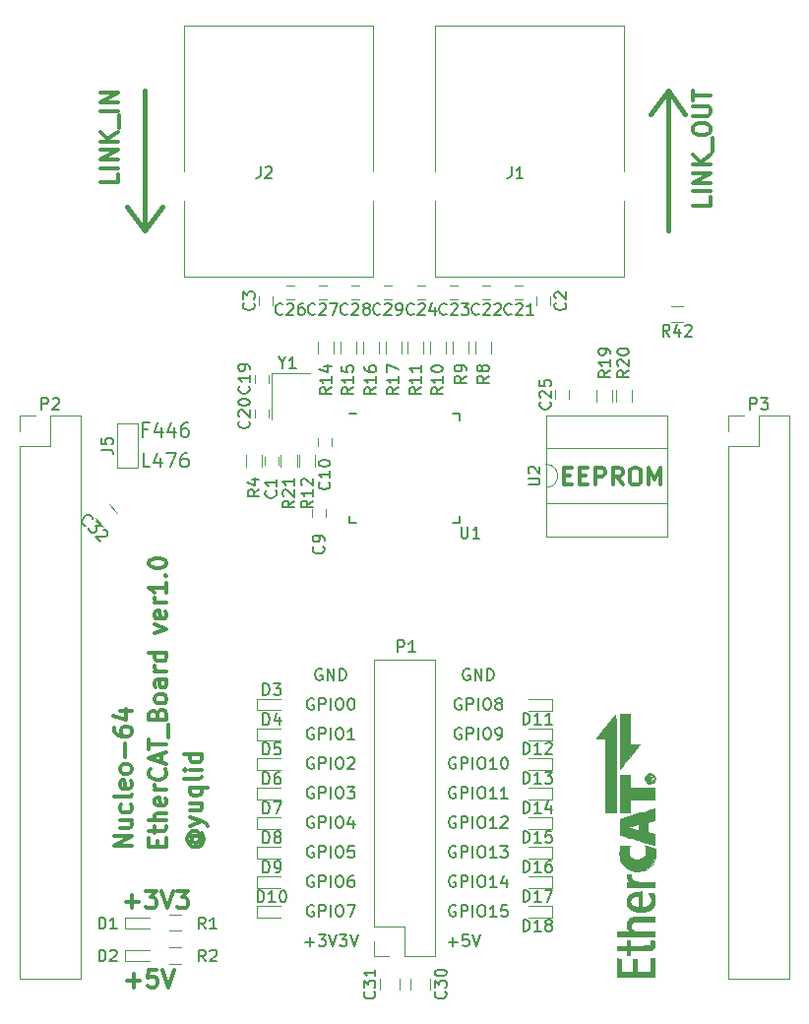
<source format=gbr>
G04 #@! TF.FileFunction,Legend,Top*
%FSLAX46Y46*%
G04 Gerber Fmt 4.6, Leading zero omitted, Abs format (unit mm)*
G04 Created by KiCad (PCBNEW 4.0.6) date 04/07/17 01:25:25*
%MOMM*%
%LPD*%
G01*
G04 APERTURE LIST*
%ADD10C,0.100000*%
%ADD11C,0.300000*%
%ADD12C,0.200000*%
%ADD13C,0.150000*%
%ADD14C,0.400000*%
%ADD15C,0.120000*%
%ADD16C,0.010000*%
G04 APERTURE END LIST*
D10*
D11*
X147057143Y-85092857D02*
X147557143Y-85092857D01*
X147771429Y-85878571D02*
X147057143Y-85878571D01*
X147057143Y-84378571D01*
X147771429Y-84378571D01*
X148414286Y-85092857D02*
X148914286Y-85092857D01*
X149128572Y-85878571D02*
X148414286Y-85878571D01*
X148414286Y-84378571D01*
X149128572Y-84378571D01*
X149771429Y-85878571D02*
X149771429Y-84378571D01*
X150342857Y-84378571D01*
X150485715Y-84450000D01*
X150557143Y-84521429D01*
X150628572Y-84664286D01*
X150628572Y-84878571D01*
X150557143Y-85021429D01*
X150485715Y-85092857D01*
X150342857Y-85164286D01*
X149771429Y-85164286D01*
X152128572Y-85878571D02*
X151628572Y-85164286D01*
X151271429Y-85878571D02*
X151271429Y-84378571D01*
X151842857Y-84378571D01*
X151985715Y-84450000D01*
X152057143Y-84521429D01*
X152128572Y-84664286D01*
X152128572Y-84878571D01*
X152057143Y-85021429D01*
X151985715Y-85092857D01*
X151842857Y-85164286D01*
X151271429Y-85164286D01*
X153057143Y-84378571D02*
X153342857Y-84378571D01*
X153485715Y-84450000D01*
X153628572Y-84592857D01*
X153700000Y-84878571D01*
X153700000Y-85378571D01*
X153628572Y-85664286D01*
X153485715Y-85807143D01*
X153342857Y-85878571D01*
X153057143Y-85878571D01*
X152914286Y-85807143D01*
X152771429Y-85664286D01*
X152700000Y-85378571D01*
X152700000Y-84878571D01*
X152771429Y-84592857D01*
X152914286Y-84450000D01*
X153057143Y-84378571D01*
X154342858Y-85878571D02*
X154342858Y-84378571D01*
X154842858Y-85450000D01*
X155342858Y-84378571D01*
X155342858Y-85878571D01*
D12*
X111457143Y-84342857D02*
X110885714Y-84342857D01*
X110885714Y-83142857D01*
X112371429Y-83542857D02*
X112371429Y-84342857D01*
X112085715Y-83085714D02*
X111800000Y-83942857D01*
X112542858Y-83942857D01*
X112885715Y-83142857D02*
X113685715Y-83142857D01*
X113171429Y-84342857D01*
X114657143Y-83142857D02*
X114428572Y-83142857D01*
X114314286Y-83200000D01*
X114257143Y-83257143D01*
X114142857Y-83428571D01*
X114085714Y-83657143D01*
X114085714Y-84114286D01*
X114142857Y-84228571D01*
X114200000Y-84285714D01*
X114314286Y-84342857D01*
X114542857Y-84342857D01*
X114657143Y-84285714D01*
X114714286Y-84228571D01*
X114771429Y-84114286D01*
X114771429Y-83828571D01*
X114714286Y-83714286D01*
X114657143Y-83657143D01*
X114542857Y-83600000D01*
X114314286Y-83600000D01*
X114200000Y-83657143D01*
X114142857Y-83714286D01*
X114085714Y-83828571D01*
X111257143Y-81114286D02*
X110857143Y-81114286D01*
X110857143Y-81742857D02*
X110857143Y-80542857D01*
X111428572Y-80542857D01*
X112400000Y-80942857D02*
X112400000Y-81742857D01*
X112114286Y-80485714D02*
X111828571Y-81342857D01*
X112571429Y-81342857D01*
X113542857Y-80942857D02*
X113542857Y-81742857D01*
X113257143Y-80485714D02*
X112971428Y-81342857D01*
X113714286Y-81342857D01*
X114685714Y-80542857D02*
X114457143Y-80542857D01*
X114342857Y-80600000D01*
X114285714Y-80657143D01*
X114171428Y-80828571D01*
X114114285Y-81057143D01*
X114114285Y-81514286D01*
X114171428Y-81628571D01*
X114228571Y-81685714D01*
X114342857Y-81742857D01*
X114571428Y-81742857D01*
X114685714Y-81685714D01*
X114742857Y-81628571D01*
X114800000Y-81514286D01*
X114800000Y-81228571D01*
X114742857Y-81114286D01*
X114685714Y-81057143D01*
X114571428Y-81000000D01*
X114342857Y-81000000D01*
X114228571Y-81057143D01*
X114171428Y-81114286D01*
X114114285Y-81228571D01*
D11*
X109878571Y-116921428D02*
X108378571Y-116921428D01*
X109878571Y-116064285D01*
X108378571Y-116064285D01*
X108878571Y-114707142D02*
X109878571Y-114707142D01*
X108878571Y-115349999D02*
X109664286Y-115349999D01*
X109807143Y-115278571D01*
X109878571Y-115135713D01*
X109878571Y-114921428D01*
X109807143Y-114778571D01*
X109735714Y-114707142D01*
X109807143Y-113349999D02*
X109878571Y-113492856D01*
X109878571Y-113778570D01*
X109807143Y-113921428D01*
X109735714Y-113992856D01*
X109592857Y-114064285D01*
X109164286Y-114064285D01*
X109021429Y-113992856D01*
X108950000Y-113921428D01*
X108878571Y-113778570D01*
X108878571Y-113492856D01*
X108950000Y-113349999D01*
X109878571Y-112492856D02*
X109807143Y-112635714D01*
X109664286Y-112707142D01*
X108378571Y-112707142D01*
X109807143Y-111350000D02*
X109878571Y-111492857D01*
X109878571Y-111778571D01*
X109807143Y-111921428D01*
X109664286Y-111992857D01*
X109092857Y-111992857D01*
X108950000Y-111921428D01*
X108878571Y-111778571D01*
X108878571Y-111492857D01*
X108950000Y-111350000D01*
X109092857Y-111278571D01*
X109235714Y-111278571D01*
X109378571Y-111992857D01*
X109878571Y-110421428D02*
X109807143Y-110564286D01*
X109735714Y-110635714D01*
X109592857Y-110707143D01*
X109164286Y-110707143D01*
X109021429Y-110635714D01*
X108950000Y-110564286D01*
X108878571Y-110421428D01*
X108878571Y-110207143D01*
X108950000Y-110064286D01*
X109021429Y-109992857D01*
X109164286Y-109921428D01*
X109592857Y-109921428D01*
X109735714Y-109992857D01*
X109807143Y-110064286D01*
X109878571Y-110207143D01*
X109878571Y-110421428D01*
X109307143Y-109278571D02*
X109307143Y-108135714D01*
X108378571Y-106778571D02*
X108378571Y-107064285D01*
X108450000Y-107207142D01*
X108521429Y-107278571D01*
X108735714Y-107421428D01*
X109021429Y-107492857D01*
X109592857Y-107492857D01*
X109735714Y-107421428D01*
X109807143Y-107350000D01*
X109878571Y-107207142D01*
X109878571Y-106921428D01*
X109807143Y-106778571D01*
X109735714Y-106707142D01*
X109592857Y-106635714D01*
X109235714Y-106635714D01*
X109092857Y-106707142D01*
X109021429Y-106778571D01*
X108950000Y-106921428D01*
X108950000Y-107207142D01*
X109021429Y-107350000D01*
X109092857Y-107421428D01*
X109235714Y-107492857D01*
X108878571Y-105350000D02*
X109878571Y-105350000D01*
X108307143Y-105707143D02*
X109378571Y-106064286D01*
X109378571Y-105135714D01*
X115164286Y-116035714D02*
X115092857Y-116107142D01*
X115021429Y-116249999D01*
X115021429Y-116392857D01*
X115092857Y-116535714D01*
X115164286Y-116607142D01*
X115307143Y-116678571D01*
X115450000Y-116678571D01*
X115592857Y-116607142D01*
X115664286Y-116535714D01*
X115735714Y-116392857D01*
X115735714Y-116249999D01*
X115664286Y-116107142D01*
X115592857Y-116035714D01*
X115021429Y-116035714D02*
X115592857Y-116035714D01*
X115664286Y-115964285D01*
X115664286Y-115892857D01*
X115592857Y-115749999D01*
X115450000Y-115678571D01*
X115092857Y-115678571D01*
X114878571Y-115821428D01*
X114735714Y-116035714D01*
X114664286Y-116321428D01*
X114735714Y-116607142D01*
X114878571Y-116821428D01*
X115092857Y-116964285D01*
X115378571Y-117035714D01*
X115664286Y-116964285D01*
X115878571Y-116821428D01*
X116021429Y-116607142D01*
X116092857Y-116321428D01*
X116021429Y-116035714D01*
X115878571Y-115821428D01*
X114878571Y-115178571D02*
X115878571Y-114821428D01*
X114878571Y-114464286D02*
X115878571Y-114821428D01*
X116235714Y-114964286D01*
X116307143Y-115035714D01*
X116378571Y-115178571D01*
X114878571Y-113250000D02*
X115878571Y-113250000D01*
X114878571Y-113892857D02*
X115664286Y-113892857D01*
X115807143Y-113821429D01*
X115878571Y-113678571D01*
X115878571Y-113464286D01*
X115807143Y-113321429D01*
X115735714Y-113250000D01*
X114878571Y-111892857D02*
X116378571Y-111892857D01*
X115807143Y-111892857D02*
X115878571Y-112035714D01*
X115878571Y-112321428D01*
X115807143Y-112464286D01*
X115735714Y-112535714D01*
X115592857Y-112607143D01*
X115164286Y-112607143D01*
X115021429Y-112535714D01*
X114950000Y-112464286D01*
X114878571Y-112321428D01*
X114878571Y-112035714D01*
X114950000Y-111892857D01*
X115878571Y-110964285D02*
X115807143Y-111107143D01*
X115664286Y-111178571D01*
X114378571Y-111178571D01*
X115878571Y-110392857D02*
X114878571Y-110392857D01*
X114378571Y-110392857D02*
X114450000Y-110464286D01*
X114521429Y-110392857D01*
X114450000Y-110321429D01*
X114378571Y-110392857D01*
X114521429Y-110392857D01*
X115878571Y-109035714D02*
X114378571Y-109035714D01*
X115807143Y-109035714D02*
X115878571Y-109178571D01*
X115878571Y-109464285D01*
X115807143Y-109607143D01*
X115735714Y-109678571D01*
X115592857Y-109750000D01*
X115164286Y-109750000D01*
X115021429Y-109678571D01*
X114950000Y-109607143D01*
X114878571Y-109464285D01*
X114878571Y-109178571D01*
X114950000Y-109035714D01*
X112092857Y-116957141D02*
X112092857Y-116457141D01*
X112878571Y-116242855D02*
X112878571Y-116957141D01*
X111378571Y-116957141D01*
X111378571Y-116242855D01*
X111878571Y-115814284D02*
X111878571Y-115242855D01*
X111378571Y-115599998D02*
X112664286Y-115599998D01*
X112807143Y-115528570D01*
X112878571Y-115385712D01*
X112878571Y-115242855D01*
X112878571Y-114742855D02*
X111378571Y-114742855D01*
X112878571Y-114099998D02*
X112092857Y-114099998D01*
X111950000Y-114171427D01*
X111878571Y-114314284D01*
X111878571Y-114528569D01*
X111950000Y-114671427D01*
X112021429Y-114742855D01*
X112807143Y-112814284D02*
X112878571Y-112957141D01*
X112878571Y-113242855D01*
X112807143Y-113385712D01*
X112664286Y-113457141D01*
X112092857Y-113457141D01*
X111950000Y-113385712D01*
X111878571Y-113242855D01*
X111878571Y-112957141D01*
X111950000Y-112814284D01*
X112092857Y-112742855D01*
X112235714Y-112742855D01*
X112378571Y-113457141D01*
X112878571Y-112099998D02*
X111878571Y-112099998D01*
X112164286Y-112099998D02*
X112021429Y-112028570D01*
X111950000Y-111957141D01*
X111878571Y-111814284D01*
X111878571Y-111671427D01*
X112735714Y-110314284D02*
X112807143Y-110385713D01*
X112878571Y-110599999D01*
X112878571Y-110742856D01*
X112807143Y-110957141D01*
X112664286Y-111099999D01*
X112521429Y-111171427D01*
X112235714Y-111242856D01*
X112021429Y-111242856D01*
X111735714Y-111171427D01*
X111592857Y-111099999D01*
X111450000Y-110957141D01*
X111378571Y-110742856D01*
X111378571Y-110599999D01*
X111450000Y-110385713D01*
X111521429Y-110314284D01*
X112450000Y-109742856D02*
X112450000Y-109028570D01*
X112878571Y-109885713D02*
X111378571Y-109385713D01*
X112878571Y-108885713D01*
X111378571Y-108599999D02*
X111378571Y-107742856D01*
X112878571Y-108171427D02*
X111378571Y-108171427D01*
X113021429Y-107599999D02*
X113021429Y-106457142D01*
X112092857Y-105599999D02*
X112164286Y-105385713D01*
X112235714Y-105314285D01*
X112378571Y-105242856D01*
X112592857Y-105242856D01*
X112735714Y-105314285D01*
X112807143Y-105385713D01*
X112878571Y-105528571D01*
X112878571Y-106099999D01*
X111378571Y-106099999D01*
X111378571Y-105599999D01*
X111450000Y-105457142D01*
X111521429Y-105385713D01*
X111664286Y-105314285D01*
X111807143Y-105314285D01*
X111950000Y-105385713D01*
X112021429Y-105457142D01*
X112092857Y-105599999D01*
X112092857Y-106099999D01*
X112878571Y-104385713D02*
X112807143Y-104528571D01*
X112735714Y-104599999D01*
X112592857Y-104671428D01*
X112164286Y-104671428D01*
X112021429Y-104599999D01*
X111950000Y-104528571D01*
X111878571Y-104385713D01*
X111878571Y-104171428D01*
X111950000Y-104028571D01*
X112021429Y-103957142D01*
X112164286Y-103885713D01*
X112592857Y-103885713D01*
X112735714Y-103957142D01*
X112807143Y-104028571D01*
X112878571Y-104171428D01*
X112878571Y-104385713D01*
X112878571Y-102599999D02*
X112092857Y-102599999D01*
X111950000Y-102671428D01*
X111878571Y-102814285D01*
X111878571Y-103099999D01*
X111950000Y-103242856D01*
X112807143Y-102599999D02*
X112878571Y-102742856D01*
X112878571Y-103099999D01*
X112807143Y-103242856D01*
X112664286Y-103314285D01*
X112521429Y-103314285D01*
X112378571Y-103242856D01*
X112307143Y-103099999D01*
X112307143Y-102742856D01*
X112235714Y-102599999D01*
X112878571Y-101885713D02*
X111878571Y-101885713D01*
X112164286Y-101885713D02*
X112021429Y-101814285D01*
X111950000Y-101742856D01*
X111878571Y-101599999D01*
X111878571Y-101457142D01*
X112878571Y-100314285D02*
X111378571Y-100314285D01*
X112807143Y-100314285D02*
X112878571Y-100457142D01*
X112878571Y-100742856D01*
X112807143Y-100885714D01*
X112735714Y-100957142D01*
X112592857Y-101028571D01*
X112164286Y-101028571D01*
X112021429Y-100957142D01*
X111950000Y-100885714D01*
X111878571Y-100742856D01*
X111878571Y-100457142D01*
X111950000Y-100314285D01*
X111878571Y-98599999D02*
X112878571Y-98242856D01*
X111878571Y-97885714D01*
X112807143Y-96742857D02*
X112878571Y-96885714D01*
X112878571Y-97171428D01*
X112807143Y-97314285D01*
X112664286Y-97385714D01*
X112092857Y-97385714D01*
X111950000Y-97314285D01*
X111878571Y-97171428D01*
X111878571Y-96885714D01*
X111950000Y-96742857D01*
X112092857Y-96671428D01*
X112235714Y-96671428D01*
X112378571Y-97385714D01*
X112878571Y-96028571D02*
X111878571Y-96028571D01*
X112164286Y-96028571D02*
X112021429Y-95957143D01*
X111950000Y-95885714D01*
X111878571Y-95742857D01*
X111878571Y-95600000D01*
X112878571Y-94314286D02*
X112878571Y-95171429D01*
X112878571Y-94742857D02*
X111378571Y-94742857D01*
X111592857Y-94885714D01*
X111735714Y-95028572D01*
X111807143Y-95171429D01*
X112735714Y-93671429D02*
X112807143Y-93600001D01*
X112878571Y-93671429D01*
X112807143Y-93742858D01*
X112735714Y-93671429D01*
X112878571Y-93671429D01*
X111378571Y-92671429D02*
X111378571Y-92528572D01*
X111450000Y-92385715D01*
X111521429Y-92314286D01*
X111664286Y-92242857D01*
X111950000Y-92171429D01*
X112307143Y-92171429D01*
X112592857Y-92242857D01*
X112735714Y-92314286D01*
X112807143Y-92385715D01*
X112878571Y-92528572D01*
X112878571Y-92671429D01*
X112807143Y-92814286D01*
X112735714Y-92885715D01*
X112592857Y-92957143D01*
X112307143Y-93028572D01*
X111950000Y-93028572D01*
X111664286Y-92957143D01*
X111521429Y-92885715D01*
X111450000Y-92814286D01*
X111378571Y-92671429D01*
X109471429Y-128507143D02*
X110614286Y-128507143D01*
X110042857Y-129078571D02*
X110042857Y-127935714D01*
X112042858Y-127578571D02*
X111328572Y-127578571D01*
X111257143Y-128292857D01*
X111328572Y-128221429D01*
X111471429Y-128150000D01*
X111828572Y-128150000D01*
X111971429Y-128221429D01*
X112042858Y-128292857D01*
X112114286Y-128435714D01*
X112114286Y-128792857D01*
X112042858Y-128935714D01*
X111971429Y-129007143D01*
X111828572Y-129078571D01*
X111471429Y-129078571D01*
X111328572Y-129007143D01*
X111257143Y-128935714D01*
X112542857Y-127578571D02*
X113042857Y-129078571D01*
X113542857Y-127578571D01*
D13*
X124809524Y-125166429D02*
X125571429Y-125166429D01*
X125190477Y-125547381D02*
X125190477Y-124785476D01*
X125952381Y-124547381D02*
X126571429Y-124547381D01*
X126238095Y-124928333D01*
X126380953Y-124928333D01*
X126476191Y-124975952D01*
X126523810Y-125023571D01*
X126571429Y-125118810D01*
X126571429Y-125356905D01*
X126523810Y-125452143D01*
X126476191Y-125499762D01*
X126380953Y-125547381D01*
X126095238Y-125547381D01*
X126000000Y-125499762D01*
X125952381Y-125452143D01*
X126857143Y-124547381D02*
X127190476Y-125547381D01*
X127523810Y-124547381D01*
X127761905Y-124547381D02*
X128380953Y-124547381D01*
X128047619Y-124928333D01*
X128190477Y-124928333D01*
X128285715Y-124975952D01*
X128333334Y-125023571D01*
X128380953Y-125118810D01*
X128380953Y-125356905D01*
X128333334Y-125452143D01*
X128285715Y-125499762D01*
X128190477Y-125547381D01*
X127904762Y-125547381D01*
X127809524Y-125499762D01*
X127761905Y-125452143D01*
X128666667Y-124547381D02*
X129000000Y-125547381D01*
X129333334Y-124547381D01*
X137144286Y-125166429D02*
X137906191Y-125166429D01*
X137525239Y-125547381D02*
X137525239Y-124785476D01*
X138858572Y-124547381D02*
X138382381Y-124547381D01*
X138334762Y-125023571D01*
X138382381Y-124975952D01*
X138477619Y-124928333D01*
X138715715Y-124928333D01*
X138810953Y-124975952D01*
X138858572Y-125023571D01*
X138906191Y-125118810D01*
X138906191Y-125356905D01*
X138858572Y-125452143D01*
X138810953Y-125499762D01*
X138715715Y-125547381D01*
X138477619Y-125547381D01*
X138382381Y-125499762D01*
X138334762Y-125452143D01*
X139191905Y-124547381D02*
X139525238Y-125547381D01*
X139858572Y-124547381D01*
X125523810Y-122055000D02*
X125428572Y-122007381D01*
X125285715Y-122007381D01*
X125142857Y-122055000D01*
X125047619Y-122150238D01*
X125000000Y-122245476D01*
X124952381Y-122435952D01*
X124952381Y-122578810D01*
X125000000Y-122769286D01*
X125047619Y-122864524D01*
X125142857Y-122959762D01*
X125285715Y-123007381D01*
X125380953Y-123007381D01*
X125523810Y-122959762D01*
X125571429Y-122912143D01*
X125571429Y-122578810D01*
X125380953Y-122578810D01*
X126000000Y-123007381D02*
X126000000Y-122007381D01*
X126380953Y-122007381D01*
X126476191Y-122055000D01*
X126523810Y-122102619D01*
X126571429Y-122197857D01*
X126571429Y-122340714D01*
X126523810Y-122435952D01*
X126476191Y-122483571D01*
X126380953Y-122531190D01*
X126000000Y-122531190D01*
X127000000Y-123007381D02*
X127000000Y-122007381D01*
X127666666Y-122007381D02*
X127857143Y-122007381D01*
X127952381Y-122055000D01*
X128047619Y-122150238D01*
X128095238Y-122340714D01*
X128095238Y-122674048D01*
X128047619Y-122864524D01*
X127952381Y-122959762D01*
X127857143Y-123007381D01*
X127666666Y-123007381D01*
X127571428Y-122959762D01*
X127476190Y-122864524D01*
X127428571Y-122674048D01*
X127428571Y-122340714D01*
X127476190Y-122150238D01*
X127571428Y-122055000D01*
X127666666Y-122007381D01*
X128428571Y-122007381D02*
X129095238Y-122007381D01*
X128666666Y-123007381D01*
X125523810Y-119515000D02*
X125428572Y-119467381D01*
X125285715Y-119467381D01*
X125142857Y-119515000D01*
X125047619Y-119610238D01*
X125000000Y-119705476D01*
X124952381Y-119895952D01*
X124952381Y-120038810D01*
X125000000Y-120229286D01*
X125047619Y-120324524D01*
X125142857Y-120419762D01*
X125285715Y-120467381D01*
X125380953Y-120467381D01*
X125523810Y-120419762D01*
X125571429Y-120372143D01*
X125571429Y-120038810D01*
X125380953Y-120038810D01*
X126000000Y-120467381D02*
X126000000Y-119467381D01*
X126380953Y-119467381D01*
X126476191Y-119515000D01*
X126523810Y-119562619D01*
X126571429Y-119657857D01*
X126571429Y-119800714D01*
X126523810Y-119895952D01*
X126476191Y-119943571D01*
X126380953Y-119991190D01*
X126000000Y-119991190D01*
X127000000Y-120467381D02*
X127000000Y-119467381D01*
X127666666Y-119467381D02*
X127857143Y-119467381D01*
X127952381Y-119515000D01*
X128047619Y-119610238D01*
X128095238Y-119800714D01*
X128095238Y-120134048D01*
X128047619Y-120324524D01*
X127952381Y-120419762D01*
X127857143Y-120467381D01*
X127666666Y-120467381D01*
X127571428Y-120419762D01*
X127476190Y-120324524D01*
X127428571Y-120134048D01*
X127428571Y-119800714D01*
X127476190Y-119610238D01*
X127571428Y-119515000D01*
X127666666Y-119467381D01*
X128952381Y-119467381D02*
X128761904Y-119467381D01*
X128666666Y-119515000D01*
X128619047Y-119562619D01*
X128523809Y-119705476D01*
X128476190Y-119895952D01*
X128476190Y-120276905D01*
X128523809Y-120372143D01*
X128571428Y-120419762D01*
X128666666Y-120467381D01*
X128857143Y-120467381D01*
X128952381Y-120419762D01*
X129000000Y-120372143D01*
X129047619Y-120276905D01*
X129047619Y-120038810D01*
X129000000Y-119943571D01*
X128952381Y-119895952D01*
X128857143Y-119848333D01*
X128666666Y-119848333D01*
X128571428Y-119895952D01*
X128523809Y-119943571D01*
X128476190Y-120038810D01*
X125523810Y-116975000D02*
X125428572Y-116927381D01*
X125285715Y-116927381D01*
X125142857Y-116975000D01*
X125047619Y-117070238D01*
X125000000Y-117165476D01*
X124952381Y-117355952D01*
X124952381Y-117498810D01*
X125000000Y-117689286D01*
X125047619Y-117784524D01*
X125142857Y-117879762D01*
X125285715Y-117927381D01*
X125380953Y-117927381D01*
X125523810Y-117879762D01*
X125571429Y-117832143D01*
X125571429Y-117498810D01*
X125380953Y-117498810D01*
X126000000Y-117927381D02*
X126000000Y-116927381D01*
X126380953Y-116927381D01*
X126476191Y-116975000D01*
X126523810Y-117022619D01*
X126571429Y-117117857D01*
X126571429Y-117260714D01*
X126523810Y-117355952D01*
X126476191Y-117403571D01*
X126380953Y-117451190D01*
X126000000Y-117451190D01*
X127000000Y-117927381D02*
X127000000Y-116927381D01*
X127666666Y-116927381D02*
X127857143Y-116927381D01*
X127952381Y-116975000D01*
X128047619Y-117070238D01*
X128095238Y-117260714D01*
X128095238Y-117594048D01*
X128047619Y-117784524D01*
X127952381Y-117879762D01*
X127857143Y-117927381D01*
X127666666Y-117927381D01*
X127571428Y-117879762D01*
X127476190Y-117784524D01*
X127428571Y-117594048D01*
X127428571Y-117260714D01*
X127476190Y-117070238D01*
X127571428Y-116975000D01*
X127666666Y-116927381D01*
X129000000Y-116927381D02*
X128523809Y-116927381D01*
X128476190Y-117403571D01*
X128523809Y-117355952D01*
X128619047Y-117308333D01*
X128857143Y-117308333D01*
X128952381Y-117355952D01*
X129000000Y-117403571D01*
X129047619Y-117498810D01*
X129047619Y-117736905D01*
X129000000Y-117832143D01*
X128952381Y-117879762D01*
X128857143Y-117927381D01*
X128619047Y-117927381D01*
X128523809Y-117879762D01*
X128476190Y-117832143D01*
X125523810Y-114435000D02*
X125428572Y-114387381D01*
X125285715Y-114387381D01*
X125142857Y-114435000D01*
X125047619Y-114530238D01*
X125000000Y-114625476D01*
X124952381Y-114815952D01*
X124952381Y-114958810D01*
X125000000Y-115149286D01*
X125047619Y-115244524D01*
X125142857Y-115339762D01*
X125285715Y-115387381D01*
X125380953Y-115387381D01*
X125523810Y-115339762D01*
X125571429Y-115292143D01*
X125571429Y-114958810D01*
X125380953Y-114958810D01*
X126000000Y-115387381D02*
X126000000Y-114387381D01*
X126380953Y-114387381D01*
X126476191Y-114435000D01*
X126523810Y-114482619D01*
X126571429Y-114577857D01*
X126571429Y-114720714D01*
X126523810Y-114815952D01*
X126476191Y-114863571D01*
X126380953Y-114911190D01*
X126000000Y-114911190D01*
X127000000Y-115387381D02*
X127000000Y-114387381D01*
X127666666Y-114387381D02*
X127857143Y-114387381D01*
X127952381Y-114435000D01*
X128047619Y-114530238D01*
X128095238Y-114720714D01*
X128095238Y-115054048D01*
X128047619Y-115244524D01*
X127952381Y-115339762D01*
X127857143Y-115387381D01*
X127666666Y-115387381D01*
X127571428Y-115339762D01*
X127476190Y-115244524D01*
X127428571Y-115054048D01*
X127428571Y-114720714D01*
X127476190Y-114530238D01*
X127571428Y-114435000D01*
X127666666Y-114387381D01*
X128952381Y-114720714D02*
X128952381Y-115387381D01*
X128714285Y-114339762D02*
X128476190Y-115054048D01*
X129095238Y-115054048D01*
X125523810Y-111895000D02*
X125428572Y-111847381D01*
X125285715Y-111847381D01*
X125142857Y-111895000D01*
X125047619Y-111990238D01*
X125000000Y-112085476D01*
X124952381Y-112275952D01*
X124952381Y-112418810D01*
X125000000Y-112609286D01*
X125047619Y-112704524D01*
X125142857Y-112799762D01*
X125285715Y-112847381D01*
X125380953Y-112847381D01*
X125523810Y-112799762D01*
X125571429Y-112752143D01*
X125571429Y-112418810D01*
X125380953Y-112418810D01*
X126000000Y-112847381D02*
X126000000Y-111847381D01*
X126380953Y-111847381D01*
X126476191Y-111895000D01*
X126523810Y-111942619D01*
X126571429Y-112037857D01*
X126571429Y-112180714D01*
X126523810Y-112275952D01*
X126476191Y-112323571D01*
X126380953Y-112371190D01*
X126000000Y-112371190D01*
X127000000Y-112847381D02*
X127000000Y-111847381D01*
X127666666Y-111847381D02*
X127857143Y-111847381D01*
X127952381Y-111895000D01*
X128047619Y-111990238D01*
X128095238Y-112180714D01*
X128095238Y-112514048D01*
X128047619Y-112704524D01*
X127952381Y-112799762D01*
X127857143Y-112847381D01*
X127666666Y-112847381D01*
X127571428Y-112799762D01*
X127476190Y-112704524D01*
X127428571Y-112514048D01*
X127428571Y-112180714D01*
X127476190Y-111990238D01*
X127571428Y-111895000D01*
X127666666Y-111847381D01*
X128428571Y-111847381D02*
X129047619Y-111847381D01*
X128714285Y-112228333D01*
X128857143Y-112228333D01*
X128952381Y-112275952D01*
X129000000Y-112323571D01*
X129047619Y-112418810D01*
X129047619Y-112656905D01*
X129000000Y-112752143D01*
X128952381Y-112799762D01*
X128857143Y-112847381D01*
X128571428Y-112847381D01*
X128476190Y-112799762D01*
X128428571Y-112752143D01*
X125523810Y-109355000D02*
X125428572Y-109307381D01*
X125285715Y-109307381D01*
X125142857Y-109355000D01*
X125047619Y-109450238D01*
X125000000Y-109545476D01*
X124952381Y-109735952D01*
X124952381Y-109878810D01*
X125000000Y-110069286D01*
X125047619Y-110164524D01*
X125142857Y-110259762D01*
X125285715Y-110307381D01*
X125380953Y-110307381D01*
X125523810Y-110259762D01*
X125571429Y-110212143D01*
X125571429Y-109878810D01*
X125380953Y-109878810D01*
X126000000Y-110307381D02*
X126000000Y-109307381D01*
X126380953Y-109307381D01*
X126476191Y-109355000D01*
X126523810Y-109402619D01*
X126571429Y-109497857D01*
X126571429Y-109640714D01*
X126523810Y-109735952D01*
X126476191Y-109783571D01*
X126380953Y-109831190D01*
X126000000Y-109831190D01*
X127000000Y-110307381D02*
X127000000Y-109307381D01*
X127666666Y-109307381D02*
X127857143Y-109307381D01*
X127952381Y-109355000D01*
X128047619Y-109450238D01*
X128095238Y-109640714D01*
X128095238Y-109974048D01*
X128047619Y-110164524D01*
X127952381Y-110259762D01*
X127857143Y-110307381D01*
X127666666Y-110307381D01*
X127571428Y-110259762D01*
X127476190Y-110164524D01*
X127428571Y-109974048D01*
X127428571Y-109640714D01*
X127476190Y-109450238D01*
X127571428Y-109355000D01*
X127666666Y-109307381D01*
X128476190Y-109402619D02*
X128523809Y-109355000D01*
X128619047Y-109307381D01*
X128857143Y-109307381D01*
X128952381Y-109355000D01*
X129000000Y-109402619D01*
X129047619Y-109497857D01*
X129047619Y-109593095D01*
X129000000Y-109735952D01*
X128428571Y-110307381D01*
X129047619Y-110307381D01*
X125523810Y-106815000D02*
X125428572Y-106767381D01*
X125285715Y-106767381D01*
X125142857Y-106815000D01*
X125047619Y-106910238D01*
X125000000Y-107005476D01*
X124952381Y-107195952D01*
X124952381Y-107338810D01*
X125000000Y-107529286D01*
X125047619Y-107624524D01*
X125142857Y-107719762D01*
X125285715Y-107767381D01*
X125380953Y-107767381D01*
X125523810Y-107719762D01*
X125571429Y-107672143D01*
X125571429Y-107338810D01*
X125380953Y-107338810D01*
X126000000Y-107767381D02*
X126000000Y-106767381D01*
X126380953Y-106767381D01*
X126476191Y-106815000D01*
X126523810Y-106862619D01*
X126571429Y-106957857D01*
X126571429Y-107100714D01*
X126523810Y-107195952D01*
X126476191Y-107243571D01*
X126380953Y-107291190D01*
X126000000Y-107291190D01*
X127000000Y-107767381D02*
X127000000Y-106767381D01*
X127666666Y-106767381D02*
X127857143Y-106767381D01*
X127952381Y-106815000D01*
X128047619Y-106910238D01*
X128095238Y-107100714D01*
X128095238Y-107434048D01*
X128047619Y-107624524D01*
X127952381Y-107719762D01*
X127857143Y-107767381D01*
X127666666Y-107767381D01*
X127571428Y-107719762D01*
X127476190Y-107624524D01*
X127428571Y-107434048D01*
X127428571Y-107100714D01*
X127476190Y-106910238D01*
X127571428Y-106815000D01*
X127666666Y-106767381D01*
X129047619Y-107767381D02*
X128476190Y-107767381D01*
X128761904Y-107767381D02*
X128761904Y-106767381D01*
X128666666Y-106910238D01*
X128571428Y-107005476D01*
X128476190Y-107053095D01*
X125523810Y-104275000D02*
X125428572Y-104227381D01*
X125285715Y-104227381D01*
X125142857Y-104275000D01*
X125047619Y-104370238D01*
X125000000Y-104465476D01*
X124952381Y-104655952D01*
X124952381Y-104798810D01*
X125000000Y-104989286D01*
X125047619Y-105084524D01*
X125142857Y-105179762D01*
X125285715Y-105227381D01*
X125380953Y-105227381D01*
X125523810Y-105179762D01*
X125571429Y-105132143D01*
X125571429Y-104798810D01*
X125380953Y-104798810D01*
X126000000Y-105227381D02*
X126000000Y-104227381D01*
X126380953Y-104227381D01*
X126476191Y-104275000D01*
X126523810Y-104322619D01*
X126571429Y-104417857D01*
X126571429Y-104560714D01*
X126523810Y-104655952D01*
X126476191Y-104703571D01*
X126380953Y-104751190D01*
X126000000Y-104751190D01*
X127000000Y-105227381D02*
X127000000Y-104227381D01*
X127666666Y-104227381D02*
X127857143Y-104227381D01*
X127952381Y-104275000D01*
X128047619Y-104370238D01*
X128095238Y-104560714D01*
X128095238Y-104894048D01*
X128047619Y-105084524D01*
X127952381Y-105179762D01*
X127857143Y-105227381D01*
X127666666Y-105227381D01*
X127571428Y-105179762D01*
X127476190Y-105084524D01*
X127428571Y-104894048D01*
X127428571Y-104560714D01*
X127476190Y-104370238D01*
X127571428Y-104275000D01*
X127666666Y-104227381D01*
X128714285Y-104227381D02*
X128809524Y-104227381D01*
X128904762Y-104275000D01*
X128952381Y-104322619D01*
X129000000Y-104417857D01*
X129047619Y-104608333D01*
X129047619Y-104846429D01*
X129000000Y-105036905D01*
X128952381Y-105132143D01*
X128904762Y-105179762D01*
X128809524Y-105227381D01*
X128714285Y-105227381D01*
X128619047Y-105179762D01*
X128571428Y-105132143D01*
X128523809Y-105036905D01*
X128476190Y-104846429D01*
X128476190Y-104608333D01*
X128523809Y-104417857D01*
X128571428Y-104322619D01*
X128619047Y-104275000D01*
X128714285Y-104227381D01*
X126238096Y-101735000D02*
X126142858Y-101687381D01*
X126000001Y-101687381D01*
X125857143Y-101735000D01*
X125761905Y-101830238D01*
X125714286Y-101925476D01*
X125666667Y-102115952D01*
X125666667Y-102258810D01*
X125714286Y-102449286D01*
X125761905Y-102544524D01*
X125857143Y-102639762D01*
X126000001Y-102687381D01*
X126095239Y-102687381D01*
X126238096Y-102639762D01*
X126285715Y-102592143D01*
X126285715Y-102258810D01*
X126095239Y-102258810D01*
X126714286Y-102687381D02*
X126714286Y-101687381D01*
X127285715Y-102687381D01*
X127285715Y-101687381D01*
X127761905Y-102687381D02*
X127761905Y-101687381D01*
X128000000Y-101687381D01*
X128142858Y-101735000D01*
X128238096Y-101830238D01*
X128285715Y-101925476D01*
X128333334Y-102115952D01*
X128333334Y-102258810D01*
X128285715Y-102449286D01*
X128238096Y-102544524D01*
X128142858Y-102639762D01*
X128000000Y-102687381D01*
X127761905Y-102687381D01*
X138938096Y-101735000D02*
X138842858Y-101687381D01*
X138700001Y-101687381D01*
X138557143Y-101735000D01*
X138461905Y-101830238D01*
X138414286Y-101925476D01*
X138366667Y-102115952D01*
X138366667Y-102258810D01*
X138414286Y-102449286D01*
X138461905Y-102544524D01*
X138557143Y-102639762D01*
X138700001Y-102687381D01*
X138795239Y-102687381D01*
X138938096Y-102639762D01*
X138985715Y-102592143D01*
X138985715Y-102258810D01*
X138795239Y-102258810D01*
X139414286Y-102687381D02*
X139414286Y-101687381D01*
X139985715Y-102687381D01*
X139985715Y-101687381D01*
X140461905Y-102687381D02*
X140461905Y-101687381D01*
X140700000Y-101687381D01*
X140842858Y-101735000D01*
X140938096Y-101830238D01*
X140985715Y-101925476D01*
X141033334Y-102115952D01*
X141033334Y-102258810D01*
X140985715Y-102449286D01*
X140938096Y-102544524D01*
X140842858Y-102639762D01*
X140700000Y-102687381D01*
X140461905Y-102687381D01*
X138223810Y-104275000D02*
X138128572Y-104227381D01*
X137985715Y-104227381D01*
X137842857Y-104275000D01*
X137747619Y-104370238D01*
X137700000Y-104465476D01*
X137652381Y-104655952D01*
X137652381Y-104798810D01*
X137700000Y-104989286D01*
X137747619Y-105084524D01*
X137842857Y-105179762D01*
X137985715Y-105227381D01*
X138080953Y-105227381D01*
X138223810Y-105179762D01*
X138271429Y-105132143D01*
X138271429Y-104798810D01*
X138080953Y-104798810D01*
X138700000Y-105227381D02*
X138700000Y-104227381D01*
X139080953Y-104227381D01*
X139176191Y-104275000D01*
X139223810Y-104322619D01*
X139271429Y-104417857D01*
X139271429Y-104560714D01*
X139223810Y-104655952D01*
X139176191Y-104703571D01*
X139080953Y-104751190D01*
X138700000Y-104751190D01*
X139700000Y-105227381D02*
X139700000Y-104227381D01*
X140366666Y-104227381D02*
X140557143Y-104227381D01*
X140652381Y-104275000D01*
X140747619Y-104370238D01*
X140795238Y-104560714D01*
X140795238Y-104894048D01*
X140747619Y-105084524D01*
X140652381Y-105179762D01*
X140557143Y-105227381D01*
X140366666Y-105227381D01*
X140271428Y-105179762D01*
X140176190Y-105084524D01*
X140128571Y-104894048D01*
X140128571Y-104560714D01*
X140176190Y-104370238D01*
X140271428Y-104275000D01*
X140366666Y-104227381D01*
X141366666Y-104655952D02*
X141271428Y-104608333D01*
X141223809Y-104560714D01*
X141176190Y-104465476D01*
X141176190Y-104417857D01*
X141223809Y-104322619D01*
X141271428Y-104275000D01*
X141366666Y-104227381D01*
X141557143Y-104227381D01*
X141652381Y-104275000D01*
X141700000Y-104322619D01*
X141747619Y-104417857D01*
X141747619Y-104465476D01*
X141700000Y-104560714D01*
X141652381Y-104608333D01*
X141557143Y-104655952D01*
X141366666Y-104655952D01*
X141271428Y-104703571D01*
X141223809Y-104751190D01*
X141176190Y-104846429D01*
X141176190Y-105036905D01*
X141223809Y-105132143D01*
X141271428Y-105179762D01*
X141366666Y-105227381D01*
X141557143Y-105227381D01*
X141652381Y-105179762D01*
X141700000Y-105132143D01*
X141747619Y-105036905D01*
X141747619Y-104846429D01*
X141700000Y-104751190D01*
X141652381Y-104703571D01*
X141557143Y-104655952D01*
X138223810Y-106815000D02*
X138128572Y-106767381D01*
X137985715Y-106767381D01*
X137842857Y-106815000D01*
X137747619Y-106910238D01*
X137700000Y-107005476D01*
X137652381Y-107195952D01*
X137652381Y-107338810D01*
X137700000Y-107529286D01*
X137747619Y-107624524D01*
X137842857Y-107719762D01*
X137985715Y-107767381D01*
X138080953Y-107767381D01*
X138223810Y-107719762D01*
X138271429Y-107672143D01*
X138271429Y-107338810D01*
X138080953Y-107338810D01*
X138700000Y-107767381D02*
X138700000Y-106767381D01*
X139080953Y-106767381D01*
X139176191Y-106815000D01*
X139223810Y-106862619D01*
X139271429Y-106957857D01*
X139271429Y-107100714D01*
X139223810Y-107195952D01*
X139176191Y-107243571D01*
X139080953Y-107291190D01*
X138700000Y-107291190D01*
X139700000Y-107767381D02*
X139700000Y-106767381D01*
X140366666Y-106767381D02*
X140557143Y-106767381D01*
X140652381Y-106815000D01*
X140747619Y-106910238D01*
X140795238Y-107100714D01*
X140795238Y-107434048D01*
X140747619Y-107624524D01*
X140652381Y-107719762D01*
X140557143Y-107767381D01*
X140366666Y-107767381D01*
X140271428Y-107719762D01*
X140176190Y-107624524D01*
X140128571Y-107434048D01*
X140128571Y-107100714D01*
X140176190Y-106910238D01*
X140271428Y-106815000D01*
X140366666Y-106767381D01*
X141271428Y-107767381D02*
X141461904Y-107767381D01*
X141557143Y-107719762D01*
X141604762Y-107672143D01*
X141700000Y-107529286D01*
X141747619Y-107338810D01*
X141747619Y-106957857D01*
X141700000Y-106862619D01*
X141652381Y-106815000D01*
X141557143Y-106767381D01*
X141366666Y-106767381D01*
X141271428Y-106815000D01*
X141223809Y-106862619D01*
X141176190Y-106957857D01*
X141176190Y-107195952D01*
X141223809Y-107291190D01*
X141271428Y-107338810D01*
X141366666Y-107386429D01*
X141557143Y-107386429D01*
X141652381Y-107338810D01*
X141700000Y-107291190D01*
X141747619Y-107195952D01*
X137747620Y-109355000D02*
X137652382Y-109307381D01*
X137509525Y-109307381D01*
X137366667Y-109355000D01*
X137271429Y-109450238D01*
X137223810Y-109545476D01*
X137176191Y-109735952D01*
X137176191Y-109878810D01*
X137223810Y-110069286D01*
X137271429Y-110164524D01*
X137366667Y-110259762D01*
X137509525Y-110307381D01*
X137604763Y-110307381D01*
X137747620Y-110259762D01*
X137795239Y-110212143D01*
X137795239Y-109878810D01*
X137604763Y-109878810D01*
X138223810Y-110307381D02*
X138223810Y-109307381D01*
X138604763Y-109307381D01*
X138700001Y-109355000D01*
X138747620Y-109402619D01*
X138795239Y-109497857D01*
X138795239Y-109640714D01*
X138747620Y-109735952D01*
X138700001Y-109783571D01*
X138604763Y-109831190D01*
X138223810Y-109831190D01*
X139223810Y-110307381D02*
X139223810Y-109307381D01*
X139890476Y-109307381D02*
X140080953Y-109307381D01*
X140176191Y-109355000D01*
X140271429Y-109450238D01*
X140319048Y-109640714D01*
X140319048Y-109974048D01*
X140271429Y-110164524D01*
X140176191Y-110259762D01*
X140080953Y-110307381D01*
X139890476Y-110307381D01*
X139795238Y-110259762D01*
X139700000Y-110164524D01*
X139652381Y-109974048D01*
X139652381Y-109640714D01*
X139700000Y-109450238D01*
X139795238Y-109355000D01*
X139890476Y-109307381D01*
X141271429Y-110307381D02*
X140700000Y-110307381D01*
X140985714Y-110307381D02*
X140985714Y-109307381D01*
X140890476Y-109450238D01*
X140795238Y-109545476D01*
X140700000Y-109593095D01*
X141890476Y-109307381D02*
X141985715Y-109307381D01*
X142080953Y-109355000D01*
X142128572Y-109402619D01*
X142176191Y-109497857D01*
X142223810Y-109688333D01*
X142223810Y-109926429D01*
X142176191Y-110116905D01*
X142128572Y-110212143D01*
X142080953Y-110259762D01*
X141985715Y-110307381D01*
X141890476Y-110307381D01*
X141795238Y-110259762D01*
X141747619Y-110212143D01*
X141700000Y-110116905D01*
X141652381Y-109926429D01*
X141652381Y-109688333D01*
X141700000Y-109497857D01*
X141747619Y-109402619D01*
X141795238Y-109355000D01*
X141890476Y-109307381D01*
X137747620Y-111895000D02*
X137652382Y-111847381D01*
X137509525Y-111847381D01*
X137366667Y-111895000D01*
X137271429Y-111990238D01*
X137223810Y-112085476D01*
X137176191Y-112275952D01*
X137176191Y-112418810D01*
X137223810Y-112609286D01*
X137271429Y-112704524D01*
X137366667Y-112799762D01*
X137509525Y-112847381D01*
X137604763Y-112847381D01*
X137747620Y-112799762D01*
X137795239Y-112752143D01*
X137795239Y-112418810D01*
X137604763Y-112418810D01*
X138223810Y-112847381D02*
X138223810Y-111847381D01*
X138604763Y-111847381D01*
X138700001Y-111895000D01*
X138747620Y-111942619D01*
X138795239Y-112037857D01*
X138795239Y-112180714D01*
X138747620Y-112275952D01*
X138700001Y-112323571D01*
X138604763Y-112371190D01*
X138223810Y-112371190D01*
X139223810Y-112847381D02*
X139223810Y-111847381D01*
X139890476Y-111847381D02*
X140080953Y-111847381D01*
X140176191Y-111895000D01*
X140271429Y-111990238D01*
X140319048Y-112180714D01*
X140319048Y-112514048D01*
X140271429Y-112704524D01*
X140176191Y-112799762D01*
X140080953Y-112847381D01*
X139890476Y-112847381D01*
X139795238Y-112799762D01*
X139700000Y-112704524D01*
X139652381Y-112514048D01*
X139652381Y-112180714D01*
X139700000Y-111990238D01*
X139795238Y-111895000D01*
X139890476Y-111847381D01*
X141271429Y-112847381D02*
X140700000Y-112847381D01*
X140985714Y-112847381D02*
X140985714Y-111847381D01*
X140890476Y-111990238D01*
X140795238Y-112085476D01*
X140700000Y-112133095D01*
X142223810Y-112847381D02*
X141652381Y-112847381D01*
X141938095Y-112847381D02*
X141938095Y-111847381D01*
X141842857Y-111990238D01*
X141747619Y-112085476D01*
X141652381Y-112133095D01*
X137747620Y-114435000D02*
X137652382Y-114387381D01*
X137509525Y-114387381D01*
X137366667Y-114435000D01*
X137271429Y-114530238D01*
X137223810Y-114625476D01*
X137176191Y-114815952D01*
X137176191Y-114958810D01*
X137223810Y-115149286D01*
X137271429Y-115244524D01*
X137366667Y-115339762D01*
X137509525Y-115387381D01*
X137604763Y-115387381D01*
X137747620Y-115339762D01*
X137795239Y-115292143D01*
X137795239Y-114958810D01*
X137604763Y-114958810D01*
X138223810Y-115387381D02*
X138223810Y-114387381D01*
X138604763Y-114387381D01*
X138700001Y-114435000D01*
X138747620Y-114482619D01*
X138795239Y-114577857D01*
X138795239Y-114720714D01*
X138747620Y-114815952D01*
X138700001Y-114863571D01*
X138604763Y-114911190D01*
X138223810Y-114911190D01*
X139223810Y-115387381D02*
X139223810Y-114387381D01*
X139890476Y-114387381D02*
X140080953Y-114387381D01*
X140176191Y-114435000D01*
X140271429Y-114530238D01*
X140319048Y-114720714D01*
X140319048Y-115054048D01*
X140271429Y-115244524D01*
X140176191Y-115339762D01*
X140080953Y-115387381D01*
X139890476Y-115387381D01*
X139795238Y-115339762D01*
X139700000Y-115244524D01*
X139652381Y-115054048D01*
X139652381Y-114720714D01*
X139700000Y-114530238D01*
X139795238Y-114435000D01*
X139890476Y-114387381D01*
X141271429Y-115387381D02*
X140700000Y-115387381D01*
X140985714Y-115387381D02*
X140985714Y-114387381D01*
X140890476Y-114530238D01*
X140795238Y-114625476D01*
X140700000Y-114673095D01*
X141652381Y-114482619D02*
X141700000Y-114435000D01*
X141795238Y-114387381D01*
X142033334Y-114387381D01*
X142128572Y-114435000D01*
X142176191Y-114482619D01*
X142223810Y-114577857D01*
X142223810Y-114673095D01*
X142176191Y-114815952D01*
X141604762Y-115387381D01*
X142223810Y-115387381D01*
X137747620Y-116975000D02*
X137652382Y-116927381D01*
X137509525Y-116927381D01*
X137366667Y-116975000D01*
X137271429Y-117070238D01*
X137223810Y-117165476D01*
X137176191Y-117355952D01*
X137176191Y-117498810D01*
X137223810Y-117689286D01*
X137271429Y-117784524D01*
X137366667Y-117879762D01*
X137509525Y-117927381D01*
X137604763Y-117927381D01*
X137747620Y-117879762D01*
X137795239Y-117832143D01*
X137795239Y-117498810D01*
X137604763Y-117498810D01*
X138223810Y-117927381D02*
X138223810Y-116927381D01*
X138604763Y-116927381D01*
X138700001Y-116975000D01*
X138747620Y-117022619D01*
X138795239Y-117117857D01*
X138795239Y-117260714D01*
X138747620Y-117355952D01*
X138700001Y-117403571D01*
X138604763Y-117451190D01*
X138223810Y-117451190D01*
X139223810Y-117927381D02*
X139223810Y-116927381D01*
X139890476Y-116927381D02*
X140080953Y-116927381D01*
X140176191Y-116975000D01*
X140271429Y-117070238D01*
X140319048Y-117260714D01*
X140319048Y-117594048D01*
X140271429Y-117784524D01*
X140176191Y-117879762D01*
X140080953Y-117927381D01*
X139890476Y-117927381D01*
X139795238Y-117879762D01*
X139700000Y-117784524D01*
X139652381Y-117594048D01*
X139652381Y-117260714D01*
X139700000Y-117070238D01*
X139795238Y-116975000D01*
X139890476Y-116927381D01*
X141271429Y-117927381D02*
X140700000Y-117927381D01*
X140985714Y-117927381D02*
X140985714Y-116927381D01*
X140890476Y-117070238D01*
X140795238Y-117165476D01*
X140700000Y-117213095D01*
X141604762Y-116927381D02*
X142223810Y-116927381D01*
X141890476Y-117308333D01*
X142033334Y-117308333D01*
X142128572Y-117355952D01*
X142176191Y-117403571D01*
X142223810Y-117498810D01*
X142223810Y-117736905D01*
X142176191Y-117832143D01*
X142128572Y-117879762D01*
X142033334Y-117927381D01*
X141747619Y-117927381D01*
X141652381Y-117879762D01*
X141604762Y-117832143D01*
X137747620Y-119515000D02*
X137652382Y-119467381D01*
X137509525Y-119467381D01*
X137366667Y-119515000D01*
X137271429Y-119610238D01*
X137223810Y-119705476D01*
X137176191Y-119895952D01*
X137176191Y-120038810D01*
X137223810Y-120229286D01*
X137271429Y-120324524D01*
X137366667Y-120419762D01*
X137509525Y-120467381D01*
X137604763Y-120467381D01*
X137747620Y-120419762D01*
X137795239Y-120372143D01*
X137795239Y-120038810D01*
X137604763Y-120038810D01*
X138223810Y-120467381D02*
X138223810Y-119467381D01*
X138604763Y-119467381D01*
X138700001Y-119515000D01*
X138747620Y-119562619D01*
X138795239Y-119657857D01*
X138795239Y-119800714D01*
X138747620Y-119895952D01*
X138700001Y-119943571D01*
X138604763Y-119991190D01*
X138223810Y-119991190D01*
X139223810Y-120467381D02*
X139223810Y-119467381D01*
X139890476Y-119467381D02*
X140080953Y-119467381D01*
X140176191Y-119515000D01*
X140271429Y-119610238D01*
X140319048Y-119800714D01*
X140319048Y-120134048D01*
X140271429Y-120324524D01*
X140176191Y-120419762D01*
X140080953Y-120467381D01*
X139890476Y-120467381D01*
X139795238Y-120419762D01*
X139700000Y-120324524D01*
X139652381Y-120134048D01*
X139652381Y-119800714D01*
X139700000Y-119610238D01*
X139795238Y-119515000D01*
X139890476Y-119467381D01*
X141271429Y-120467381D02*
X140700000Y-120467381D01*
X140985714Y-120467381D02*
X140985714Y-119467381D01*
X140890476Y-119610238D01*
X140795238Y-119705476D01*
X140700000Y-119753095D01*
X142128572Y-119800714D02*
X142128572Y-120467381D01*
X141890476Y-119419762D02*
X141652381Y-120134048D01*
X142271429Y-120134048D01*
X137747620Y-122055000D02*
X137652382Y-122007381D01*
X137509525Y-122007381D01*
X137366667Y-122055000D01*
X137271429Y-122150238D01*
X137223810Y-122245476D01*
X137176191Y-122435952D01*
X137176191Y-122578810D01*
X137223810Y-122769286D01*
X137271429Y-122864524D01*
X137366667Y-122959762D01*
X137509525Y-123007381D01*
X137604763Y-123007381D01*
X137747620Y-122959762D01*
X137795239Y-122912143D01*
X137795239Y-122578810D01*
X137604763Y-122578810D01*
X138223810Y-123007381D02*
X138223810Y-122007381D01*
X138604763Y-122007381D01*
X138700001Y-122055000D01*
X138747620Y-122102619D01*
X138795239Y-122197857D01*
X138795239Y-122340714D01*
X138747620Y-122435952D01*
X138700001Y-122483571D01*
X138604763Y-122531190D01*
X138223810Y-122531190D01*
X139223810Y-123007381D02*
X139223810Y-122007381D01*
X139890476Y-122007381D02*
X140080953Y-122007381D01*
X140176191Y-122055000D01*
X140271429Y-122150238D01*
X140319048Y-122340714D01*
X140319048Y-122674048D01*
X140271429Y-122864524D01*
X140176191Y-122959762D01*
X140080953Y-123007381D01*
X139890476Y-123007381D01*
X139795238Y-122959762D01*
X139700000Y-122864524D01*
X139652381Y-122674048D01*
X139652381Y-122340714D01*
X139700000Y-122150238D01*
X139795238Y-122055000D01*
X139890476Y-122007381D01*
X141271429Y-123007381D02*
X140700000Y-123007381D01*
X140985714Y-123007381D02*
X140985714Y-122007381D01*
X140890476Y-122150238D01*
X140795238Y-122245476D01*
X140700000Y-122293095D01*
X142176191Y-122007381D02*
X141700000Y-122007381D01*
X141652381Y-122483571D01*
X141700000Y-122435952D01*
X141795238Y-122388333D01*
X142033334Y-122388333D01*
X142128572Y-122435952D01*
X142176191Y-122483571D01*
X142223810Y-122578810D01*
X142223810Y-122816905D01*
X142176191Y-122912143D01*
X142128572Y-122959762D01*
X142033334Y-123007381D01*
X141795238Y-123007381D01*
X141700000Y-122959762D01*
X141652381Y-122912143D01*
D14*
X111000000Y-64000000D02*
X111000000Y-52000000D01*
X112500000Y-62000000D02*
X111000000Y-64000000D01*
X111000000Y-64000000D02*
X109500000Y-62000000D01*
X156000000Y-52000000D02*
X157500000Y-54000000D01*
X154500000Y-54000000D02*
X156000000Y-52000000D01*
X156000000Y-52000000D02*
X156000000Y-64000000D01*
D11*
X159678571Y-61142857D02*
X159678571Y-61857143D01*
X158178571Y-61857143D01*
X159678571Y-60642857D02*
X158178571Y-60642857D01*
X159678571Y-59928571D02*
X158178571Y-59928571D01*
X159678571Y-59071428D01*
X158178571Y-59071428D01*
X159678571Y-58357142D02*
X158178571Y-58357142D01*
X159678571Y-57499999D02*
X158821429Y-58142856D01*
X158178571Y-57499999D02*
X159035714Y-58357142D01*
X159821429Y-57214285D02*
X159821429Y-56071428D01*
X158178571Y-55428571D02*
X158178571Y-55142857D01*
X158250000Y-54999999D01*
X158392857Y-54857142D01*
X158678571Y-54785714D01*
X159178571Y-54785714D01*
X159464286Y-54857142D01*
X159607143Y-54999999D01*
X159678571Y-55142857D01*
X159678571Y-55428571D01*
X159607143Y-55571428D01*
X159464286Y-55714285D01*
X159178571Y-55785714D01*
X158678571Y-55785714D01*
X158392857Y-55714285D01*
X158250000Y-55571428D01*
X158178571Y-55428571D01*
X158178571Y-54142856D02*
X159392857Y-54142856D01*
X159535714Y-54071428D01*
X159607143Y-53999999D01*
X159678571Y-53857142D01*
X159678571Y-53571428D01*
X159607143Y-53428570D01*
X159535714Y-53357142D01*
X159392857Y-53285713D01*
X158178571Y-53285713D01*
X158178571Y-52785713D02*
X158178571Y-51928570D01*
X159678571Y-52357141D02*
X158178571Y-52357141D01*
X108678571Y-59142857D02*
X108678571Y-59857143D01*
X107178571Y-59857143D01*
X108678571Y-58642857D02*
X107178571Y-58642857D01*
X108678571Y-57928571D02*
X107178571Y-57928571D01*
X108678571Y-57071428D01*
X107178571Y-57071428D01*
X108678571Y-56357142D02*
X107178571Y-56357142D01*
X108678571Y-55499999D02*
X107821429Y-56142856D01*
X107178571Y-55499999D02*
X108035714Y-56357142D01*
X108821429Y-55214285D02*
X108821429Y-54071428D01*
X108678571Y-53714285D02*
X107178571Y-53714285D01*
X108678571Y-52999999D02*
X107178571Y-52999999D01*
X108678571Y-52142856D01*
X107178571Y-52142856D01*
X109357144Y-121707143D02*
X110500001Y-121707143D01*
X109928572Y-122278571D02*
X109928572Y-121135714D01*
X111071430Y-120778571D02*
X112000001Y-120778571D01*
X111500001Y-121350000D01*
X111714287Y-121350000D01*
X111857144Y-121421429D01*
X111928573Y-121492857D01*
X112000001Y-121635714D01*
X112000001Y-121992857D01*
X111928573Y-122135714D01*
X111857144Y-122207143D01*
X111714287Y-122278571D01*
X111285715Y-122278571D01*
X111142858Y-122207143D01*
X111071430Y-122135714D01*
X112428572Y-120778571D02*
X112928572Y-122278571D01*
X113428572Y-120778571D01*
X113785715Y-120778571D02*
X114714286Y-120778571D01*
X114214286Y-121350000D01*
X114428572Y-121350000D01*
X114571429Y-121421429D01*
X114642858Y-121492857D01*
X114714286Y-121635714D01*
X114714286Y-121992857D01*
X114642858Y-122135714D01*
X114571429Y-122207143D01*
X114428572Y-122278571D01*
X114000000Y-122278571D01*
X113857143Y-122207143D01*
X113785715Y-122135714D01*
D15*
X145530000Y-84110000D02*
G75*
G02X145530000Y-86110000I0J-1000000D01*
G01*
X145530000Y-86110000D02*
X145530000Y-87480000D01*
X145530000Y-87480000D02*
X155930000Y-87480000D01*
X155930000Y-87480000D02*
X155930000Y-82740000D01*
X155930000Y-82740000D02*
X145530000Y-82740000D01*
X145530000Y-82740000D02*
X145530000Y-84110000D01*
X145530000Y-90310000D02*
X155930000Y-90310000D01*
X155930000Y-90310000D02*
X155930000Y-79910000D01*
X155930000Y-79910000D02*
X145530000Y-79910000D01*
X145530000Y-79910000D02*
X145530000Y-90310000D01*
X130750000Y-123825000D02*
X130750000Y-100905000D01*
X130750000Y-100905000D02*
X135950000Y-100905000D01*
X135950000Y-100905000D02*
X135950000Y-126425000D01*
X135950000Y-126425000D02*
X133350000Y-126425000D01*
X133350000Y-126425000D02*
X133350000Y-123825000D01*
X133350000Y-123825000D02*
X130750000Y-123825000D01*
X130750000Y-125095000D02*
X130750000Y-126425000D01*
X130750000Y-126425000D02*
X132020000Y-126425000D01*
X130683000Y-46355000D02*
X130683000Y-58928000D01*
X114427000Y-61468000D02*
X114427000Y-67945000D01*
X114427000Y-67945000D02*
X130683000Y-67945000D01*
X114427000Y-46355000D02*
X130683000Y-46355000D01*
X130683000Y-61468000D02*
X130683000Y-67945000D01*
X114427000Y-46355000D02*
X114427000Y-58928000D01*
X100270000Y-82550000D02*
X100270000Y-128330000D01*
X100270000Y-128330000D02*
X105470000Y-128330000D01*
X105470000Y-128330000D02*
X105470000Y-79950000D01*
X105470000Y-79950000D02*
X102870000Y-79950000D01*
X102870000Y-79950000D02*
X102870000Y-82550000D01*
X102870000Y-82550000D02*
X100270000Y-82550000D01*
X100270000Y-81280000D02*
X100270000Y-79950000D01*
X100270000Y-79950000D02*
X101600000Y-79950000D01*
X161230000Y-82550000D02*
X161230000Y-128330000D01*
X161230000Y-128330000D02*
X166430000Y-128330000D01*
X166430000Y-128330000D02*
X166430000Y-79950000D01*
X166430000Y-79950000D02*
X163830000Y-79950000D01*
X163830000Y-79950000D02*
X163830000Y-82550000D01*
X163830000Y-82550000D02*
X161230000Y-82550000D01*
X161230000Y-81280000D02*
X161230000Y-79950000D01*
X161230000Y-79950000D02*
X162560000Y-79950000D01*
X121300000Y-84150000D02*
X121300000Y-83450000D01*
X122500000Y-83450000D02*
X122500000Y-84150000D01*
X145900000Y-69700000D02*
X145900000Y-70400000D01*
X144700000Y-70400000D02*
X144700000Y-69700000D01*
X122000000Y-69700000D02*
X122000000Y-70400000D01*
X120800000Y-70400000D02*
X120800000Y-69700000D01*
X126600000Y-87950000D02*
X126600000Y-88650000D01*
X125400000Y-88650000D02*
X125400000Y-87950000D01*
X125900000Y-82550000D02*
X125900000Y-81850000D01*
X127100000Y-81850000D02*
X127100000Y-82550000D01*
X121700000Y-76400000D02*
X121700000Y-77100000D01*
X120500000Y-77100000D02*
X120500000Y-76400000D01*
X120500000Y-80100000D02*
X120500000Y-79400000D01*
X121700000Y-79400000D02*
X121700000Y-80100000D01*
X142850000Y-68700000D02*
X143550000Y-68700000D01*
X143550000Y-69900000D02*
X142850000Y-69900000D01*
X140750000Y-69900000D02*
X140050000Y-69900000D01*
X140050000Y-68700000D02*
X140750000Y-68700000D01*
X137250000Y-68700000D02*
X137950000Y-68700000D01*
X137950000Y-69900000D02*
X137250000Y-69900000D01*
X135150000Y-69900000D02*
X134450000Y-69900000D01*
X134450000Y-68700000D02*
X135150000Y-68700000D01*
X146300000Y-78450000D02*
X146300000Y-77750000D01*
X147500000Y-77750000D02*
X147500000Y-78450000D01*
X123850000Y-69900000D02*
X123150000Y-69900000D01*
X123150000Y-68700000D02*
X123850000Y-68700000D01*
X125950000Y-68700000D02*
X126650000Y-68700000D01*
X126650000Y-69900000D02*
X125950000Y-69900000D01*
X129450000Y-69900000D02*
X128750000Y-69900000D01*
X128750000Y-68700000D02*
X129450000Y-68700000D01*
X131550000Y-68700000D02*
X132250000Y-68700000D01*
X132250000Y-69900000D02*
X131550000Y-69900000D01*
X109300000Y-123050000D02*
X109300000Y-124050000D01*
X109300000Y-124050000D02*
X111400000Y-124050000D01*
X109300000Y-123050000D02*
X111400000Y-123050000D01*
X109300000Y-125850000D02*
X109300000Y-126850000D01*
X109300000Y-126850000D02*
X111400000Y-126850000D01*
X109300000Y-125850000D02*
X111400000Y-125850000D01*
X113100000Y-122870000D02*
X114100000Y-122870000D01*
X114100000Y-124230000D02*
X113100000Y-124230000D01*
X113100000Y-125670000D02*
X114100000Y-125670000D01*
X114100000Y-127030000D02*
X113100000Y-127030000D01*
X119720000Y-84300000D02*
X119720000Y-83300000D01*
X121080000Y-83300000D02*
X121080000Y-84300000D01*
X140830000Y-73600000D02*
X140830000Y-74600000D01*
X139470000Y-74600000D02*
X139470000Y-73600000D01*
X138880000Y-73600000D02*
X138880000Y-74600000D01*
X137520000Y-74600000D02*
X137520000Y-73600000D01*
X136930000Y-73600000D02*
X136930000Y-74600000D01*
X135570000Y-74600000D02*
X135570000Y-73600000D01*
X134980000Y-73600000D02*
X134980000Y-74600000D01*
X133620000Y-74600000D02*
X133620000Y-73600000D01*
X125680000Y-83300000D02*
X125680000Y-84300000D01*
X124320000Y-84300000D02*
X124320000Y-83300000D01*
X127230000Y-73600000D02*
X127230000Y-74600000D01*
X125870000Y-74600000D02*
X125870000Y-73600000D01*
X129180000Y-73600000D02*
X129180000Y-74600000D01*
X127820000Y-74600000D02*
X127820000Y-73600000D01*
X131130000Y-73600000D02*
X131130000Y-74600000D01*
X129770000Y-74600000D02*
X129770000Y-73600000D01*
X133080000Y-73600000D02*
X133080000Y-74600000D01*
X131720000Y-74600000D02*
X131720000Y-73600000D01*
X149820000Y-78700000D02*
X149820000Y-77700000D01*
X151180000Y-77700000D02*
X151180000Y-78700000D01*
X151520000Y-78700000D02*
X151520000Y-77700000D01*
X152880000Y-77700000D02*
X152880000Y-78700000D01*
X124080000Y-83300000D02*
X124080000Y-84300000D01*
X122720000Y-84300000D02*
X122720000Y-83300000D01*
D13*
X138050000Y-79750000D02*
X138050000Y-80325000D01*
X128650000Y-89150000D02*
X128650000Y-88575000D01*
X138050000Y-89150000D02*
X138050000Y-88575000D01*
X128650000Y-79750000D02*
X129225000Y-79750000D01*
X128650000Y-89150000D02*
X129225000Y-89150000D01*
X138050000Y-89150000D02*
X137475000Y-89150000D01*
X138050000Y-79750000D02*
X137475000Y-79750000D01*
D15*
X125250000Y-76250000D02*
X121950000Y-76250000D01*
X121950000Y-76250000D02*
X121950000Y-80250000D01*
X152273000Y-46355000D02*
X152273000Y-58928000D01*
X136017000Y-61468000D02*
X136017000Y-67945000D01*
X136017000Y-67945000D02*
X152273000Y-67945000D01*
X136017000Y-46355000D02*
X152273000Y-46355000D01*
X152273000Y-61468000D02*
X152273000Y-67945000D01*
X136017000Y-46355000D02*
X136017000Y-58928000D01*
D16*
G36*
X151843025Y-117450587D02*
X151853186Y-117309149D01*
X151868156Y-117170482D01*
X151885409Y-117056222D01*
X151893761Y-117016388D01*
X151929916Y-116868222D01*
X152320180Y-116868222D01*
X152461214Y-116869660D01*
X152579515Y-116873609D01*
X152664934Y-116879516D01*
X152707321Y-116886831D01*
X152710138Y-116889388D01*
X152702354Y-116926585D01*
X152682798Y-116998343D01*
X152667805Y-117049096D01*
X152627492Y-117254713D01*
X152629313Y-117455039D01*
X152670882Y-117640160D01*
X152749811Y-117800160D01*
X152863714Y-117925126D01*
X152882049Y-117939068D01*
X153017235Y-118018581D01*
X153163004Y-118063837D01*
X153335230Y-118078684D01*
X153444222Y-118075448D01*
X153659085Y-118041081D01*
X153835702Y-117965980D01*
X153973354Y-117850594D01*
X154071318Y-117695372D01*
X154077725Y-117680517D01*
X154106799Y-117567885D01*
X154119556Y-117422086D01*
X154115936Y-117264007D01*
X154095877Y-117114535D01*
X154079527Y-117049096D01*
X154055475Y-116966754D01*
X154040120Y-116908323D01*
X154037194Y-116892591D01*
X154062505Y-116894286D01*
X154132650Y-116910547D01*
X154238621Y-116938998D01*
X154371412Y-116977262D01*
X154467097Y-117006042D01*
X154628521Y-117055781D01*
X154744015Y-117093305D01*
X154821740Y-117122537D01*
X154869854Y-117147401D01*
X154896517Y-117171819D01*
X154909888Y-117199714D01*
X154915314Y-117221561D01*
X154928906Y-117329087D01*
X154934538Y-117472844D01*
X154932733Y-117633259D01*
X154924012Y-117790761D01*
X154908899Y-117925777D01*
X154894613Y-117997111D01*
X154793874Y-118275899D01*
X154652548Y-118515906D01*
X154472120Y-118715979D01*
X154254078Y-118874961D01*
X153999909Y-118991696D01*
X153711100Y-119065030D01*
X153487882Y-119089996D01*
X153167344Y-119085226D01*
X152875134Y-119032802D01*
X152613840Y-118935301D01*
X152386048Y-118795301D01*
X152194343Y-118615381D01*
X152041313Y-118398117D01*
X151929545Y-118146088D01*
X151861624Y-117861872D01*
X151840137Y-117548047D01*
X151843025Y-117450587D01*
X151843025Y-117450587D01*
G37*
X151843025Y-117450587D02*
X151853186Y-117309149D01*
X151868156Y-117170482D01*
X151885409Y-117056222D01*
X151893761Y-117016388D01*
X151929916Y-116868222D01*
X152320180Y-116868222D01*
X152461214Y-116869660D01*
X152579515Y-116873609D01*
X152664934Y-116879516D01*
X152707321Y-116886831D01*
X152710138Y-116889388D01*
X152702354Y-116926585D01*
X152682798Y-116998343D01*
X152667805Y-117049096D01*
X152627492Y-117254713D01*
X152629313Y-117455039D01*
X152670882Y-117640160D01*
X152749811Y-117800160D01*
X152863714Y-117925126D01*
X152882049Y-117939068D01*
X153017235Y-118018581D01*
X153163004Y-118063837D01*
X153335230Y-118078684D01*
X153444222Y-118075448D01*
X153659085Y-118041081D01*
X153835702Y-117965980D01*
X153973354Y-117850594D01*
X154071318Y-117695372D01*
X154077725Y-117680517D01*
X154106799Y-117567885D01*
X154119556Y-117422086D01*
X154115936Y-117264007D01*
X154095877Y-117114535D01*
X154079527Y-117049096D01*
X154055475Y-116966754D01*
X154040120Y-116908323D01*
X154037194Y-116892591D01*
X154062505Y-116894286D01*
X154132650Y-116910547D01*
X154238621Y-116938998D01*
X154371412Y-116977262D01*
X154467097Y-117006042D01*
X154628521Y-117055781D01*
X154744015Y-117093305D01*
X154821740Y-117122537D01*
X154869854Y-117147401D01*
X154896517Y-117171819D01*
X154909888Y-117199714D01*
X154915314Y-117221561D01*
X154928906Y-117329087D01*
X154934538Y-117472844D01*
X154932733Y-117633259D01*
X154924012Y-117790761D01*
X154908899Y-117925777D01*
X154894613Y-117997111D01*
X154793874Y-118275899D01*
X154652548Y-118515906D01*
X154472120Y-118715979D01*
X154254078Y-118874961D01*
X153999909Y-118991696D01*
X153711100Y-119065030D01*
X153487882Y-119089996D01*
X153167344Y-119085226D01*
X152875134Y-119032802D01*
X152613840Y-118935301D01*
X152386048Y-118795301D01*
X152194343Y-118615381D01*
X152041313Y-118398117D01*
X151929545Y-118146088D01*
X151861624Y-117861872D01*
X151840137Y-117548047D01*
X151843025Y-117450587D01*
G36*
X154044350Y-111001565D02*
X154047926Y-110986086D01*
X154097192Y-110883981D01*
X154183375Y-110786888D01*
X154288388Y-110712479D01*
X154355851Y-110685261D01*
X154500296Y-110671410D01*
X154633418Y-110703732D01*
X154748445Y-110773604D01*
X154838604Y-110872405D01*
X154897121Y-110991511D01*
X154917225Y-111122301D01*
X154892142Y-111256152D01*
X154858411Y-111325058D01*
X154753924Y-111450187D01*
X154627822Y-111527826D01*
X154489486Y-111556841D01*
X154416694Y-111546146D01*
X154416694Y-111434535D01*
X154540638Y-111432490D01*
X154610264Y-111411205D01*
X154702846Y-111349822D01*
X154778165Y-111259384D01*
X154821676Y-111159662D01*
X154827005Y-111116543D01*
X154814069Y-111044601D01*
X154784938Y-110970089D01*
X154714446Y-110873835D01*
X154618807Y-110819328D01*
X154486977Y-110800582D01*
X154471859Y-110800444D01*
X154331089Y-110819842D01*
X154227368Y-110880012D01*
X154155831Y-110983924D01*
X154150368Y-110996573D01*
X154126619Y-111116971D01*
X154150345Y-111229051D01*
X154212579Y-111324729D01*
X154304351Y-111395919D01*
X154416694Y-111434535D01*
X154416694Y-111546146D01*
X154348300Y-111536097D01*
X154213645Y-111464459D01*
X154152837Y-111410379D01*
X154075353Y-111292646D01*
X154037597Y-111149928D01*
X154044350Y-111001565D01*
X154044350Y-111001565D01*
G37*
X154044350Y-111001565D02*
X154047926Y-110986086D01*
X154097192Y-110883981D01*
X154183375Y-110786888D01*
X154288388Y-110712479D01*
X154355851Y-110685261D01*
X154500296Y-110671410D01*
X154633418Y-110703732D01*
X154748445Y-110773604D01*
X154838604Y-110872405D01*
X154897121Y-110991511D01*
X154917225Y-111122301D01*
X154892142Y-111256152D01*
X154858411Y-111325058D01*
X154753924Y-111450187D01*
X154627822Y-111527826D01*
X154489486Y-111556841D01*
X154416694Y-111546146D01*
X154416694Y-111434535D01*
X154540638Y-111432490D01*
X154610264Y-111411205D01*
X154702846Y-111349822D01*
X154778165Y-111259384D01*
X154821676Y-111159662D01*
X154827005Y-111116543D01*
X154814069Y-111044601D01*
X154784938Y-110970089D01*
X154714446Y-110873835D01*
X154618807Y-110819328D01*
X154486977Y-110800582D01*
X154471859Y-110800444D01*
X154331089Y-110819842D01*
X154227368Y-110880012D01*
X154155831Y-110983924D01*
X154150368Y-110996573D01*
X154126619Y-111116971D01*
X154150345Y-111229051D01*
X154212579Y-111324729D01*
X154304351Y-111395919D01*
X154416694Y-111434535D01*
X154416694Y-111546146D01*
X154348300Y-111536097D01*
X154213645Y-111464459D01*
X154152837Y-111410379D01*
X154075353Y-111292646D01*
X154037597Y-111149928D01*
X154044350Y-111001565D01*
G36*
X152473404Y-121483302D02*
X152527373Y-121319574D01*
X152622984Y-121178731D01*
X152678556Y-121121826D01*
X152809801Y-121017589D01*
X152954627Y-120942259D01*
X153124523Y-120891929D01*
X153330975Y-120862689D01*
X153465388Y-120854133D01*
X153782888Y-120840452D01*
X153782888Y-122180503D01*
X153945166Y-122160533D01*
X154119833Y-122124617D01*
X154276101Y-122065197D01*
X154399132Y-121988711D01*
X154446020Y-121943183D01*
X154524763Y-121807693D01*
X154563072Y-121643576D01*
X154560638Y-121461902D01*
X154517152Y-121273741D01*
X154467993Y-121155749D01*
X154388089Y-120994539D01*
X154555384Y-120975612D01*
X154659936Y-120967929D01*
X154720821Y-120975018D01*
X154746779Y-120993842D01*
X154789771Y-121089747D01*
X154825918Y-121225471D01*
X154853198Y-121384599D01*
X154869591Y-121550711D01*
X154873078Y-121707391D01*
X154861637Y-121838221D01*
X154854722Y-121871049D01*
X154775738Y-122078491D01*
X154653040Y-122250467D01*
X154486999Y-122386760D01*
X154277988Y-122487153D01*
X154026378Y-122551428D01*
X153732541Y-122579367D01*
X153641777Y-122580648D01*
X153472444Y-122569462D01*
X153472444Y-122180409D01*
X153472444Y-121242666D01*
X153375055Y-121242666D01*
X153174288Y-121262337D01*
X153004478Y-121319639D01*
X152873205Y-121412009D01*
X152872722Y-121412491D01*
X152814144Y-121475194D01*
X152782439Y-121528512D01*
X152769418Y-121594330D01*
X152766888Y-121694533D01*
X152766888Y-121695271D01*
X152769221Y-121795147D01*
X152781729Y-121860050D01*
X152812677Y-121911418D01*
X152870331Y-121970692D01*
X152874657Y-121974813D01*
X152972706Y-122051170D01*
X153089199Y-122105815D01*
X153238959Y-122144704D01*
X153338388Y-122161180D01*
X153472444Y-122180409D01*
X153472444Y-122569462D01*
X153351240Y-122561454D01*
X153097775Y-122506140D01*
X152883429Y-122416258D01*
X152710248Y-122293361D01*
X152580280Y-122139002D01*
X152495571Y-121954732D01*
X152458168Y-121742105D01*
X152456444Y-121681590D01*
X152473404Y-121483302D01*
X152473404Y-121483302D01*
G37*
X152473404Y-121483302D02*
X152527373Y-121319574D01*
X152622984Y-121178731D01*
X152678556Y-121121826D01*
X152809801Y-121017589D01*
X152954627Y-120942259D01*
X153124523Y-120891929D01*
X153330975Y-120862689D01*
X153465388Y-120854133D01*
X153782888Y-120840452D01*
X153782888Y-122180503D01*
X153945166Y-122160533D01*
X154119833Y-122124617D01*
X154276101Y-122065197D01*
X154399132Y-121988711D01*
X154446020Y-121943183D01*
X154524763Y-121807693D01*
X154563072Y-121643576D01*
X154560638Y-121461902D01*
X154517152Y-121273741D01*
X154467993Y-121155749D01*
X154388089Y-120994539D01*
X154555384Y-120975612D01*
X154659936Y-120967929D01*
X154720821Y-120975018D01*
X154746779Y-120993842D01*
X154789771Y-121089747D01*
X154825918Y-121225471D01*
X154853198Y-121384599D01*
X154869591Y-121550711D01*
X154873078Y-121707391D01*
X154861637Y-121838221D01*
X154854722Y-121871049D01*
X154775738Y-122078491D01*
X154653040Y-122250467D01*
X154486999Y-122386760D01*
X154277988Y-122487153D01*
X154026378Y-122551428D01*
X153732541Y-122579367D01*
X153641777Y-122580648D01*
X153472444Y-122569462D01*
X153472444Y-122180409D01*
X153472444Y-121242666D01*
X153375055Y-121242666D01*
X153174288Y-121262337D01*
X153004478Y-121319639D01*
X152873205Y-121412009D01*
X152872722Y-121412491D01*
X152814144Y-121475194D01*
X152782439Y-121528512D01*
X152769418Y-121594330D01*
X152766888Y-121694533D01*
X152766888Y-121695271D01*
X152769221Y-121795147D01*
X152781729Y-121860050D01*
X152812677Y-121911418D01*
X152870331Y-121970692D01*
X152874657Y-121974813D01*
X152972706Y-122051170D01*
X153089199Y-122105815D01*
X153238959Y-122144704D01*
X153338388Y-122161180D01*
X153472444Y-122180409D01*
X153472444Y-122569462D01*
X153351240Y-122561454D01*
X153097775Y-122506140D01*
X152883429Y-122416258D01*
X152710248Y-122293361D01*
X152580280Y-122139002D01*
X152495571Y-121954732D01*
X152458168Y-121742105D01*
X152456444Y-121681590D01*
X152473404Y-121483302D01*
G36*
X151898559Y-115280941D02*
X151906111Y-114601638D01*
X153373666Y-114155678D01*
X153650324Y-114071701D01*
X153910730Y-113992839D01*
X154149885Y-113920593D01*
X154362794Y-113856463D01*
X154544459Y-113801950D01*
X154689883Y-113758555D01*
X154794069Y-113727780D01*
X154852021Y-113711125D01*
X154862388Y-113708526D01*
X154869097Y-113734883D01*
X154874930Y-113808877D01*
X154879525Y-113921699D01*
X154882520Y-114064546D01*
X154883555Y-114223630D01*
X154883555Y-114739927D01*
X154558262Y-114819264D01*
X154232969Y-114898602D01*
X154240762Y-115308697D01*
X154248555Y-115718793D01*
X154559000Y-115793285D01*
X154869444Y-115867777D01*
X154877166Y-116353888D01*
X154878744Y-116558817D01*
X154876065Y-116707774D01*
X154869115Y-116801071D01*
X154857880Y-116839021D01*
X154855278Y-116840000D01*
X154824291Y-116832223D01*
X154745390Y-116810107D01*
X154624744Y-116775476D01*
X154468522Y-116730152D01*
X154282891Y-116675959D01*
X154074020Y-116614720D01*
X153848077Y-116548257D01*
X153611230Y-116478394D01*
X153484357Y-116440876D01*
X153484357Y-115570000D01*
X153491343Y-115543816D01*
X153496833Y-115473406D01*
X153500090Y-115370985D01*
X153500666Y-115299987D01*
X153499743Y-115175044D01*
X153495728Y-115096875D01*
X153486750Y-115055820D01*
X153470940Y-115042223D01*
X153451277Y-115044875D01*
X153407563Y-115057513D01*
X153320478Y-115082271D01*
X153201001Y-115116041D01*
X153060114Y-115155717D01*
X152994700Y-115174095D01*
X152851737Y-115214743D01*
X152729193Y-115250554D01*
X152636830Y-115278601D01*
X152584409Y-115295953D01*
X152576296Y-115299630D01*
X152589147Y-115315305D01*
X152616595Y-115326019D01*
X152731470Y-115359506D01*
X152865673Y-115398086D01*
X153008627Y-115438785D01*
X153149758Y-115478629D01*
X153278488Y-115514644D01*
X153384241Y-115543858D01*
X153456443Y-115563296D01*
X153484357Y-115570000D01*
X153484357Y-116440876D01*
X153369647Y-116406954D01*
X153129497Y-116335760D01*
X152896947Y-116266634D01*
X152678165Y-116201401D01*
X152479321Y-116141883D01*
X152306582Y-116089902D01*
X152166116Y-116047283D01*
X152064092Y-116015848D01*
X152025559Y-116003652D01*
X151891007Y-115960245D01*
X151898559Y-115280941D01*
X151898559Y-115280941D01*
G37*
X151898559Y-115280941D02*
X151906111Y-114601638D01*
X153373666Y-114155678D01*
X153650324Y-114071701D01*
X153910730Y-113992839D01*
X154149885Y-113920593D01*
X154362794Y-113856463D01*
X154544459Y-113801950D01*
X154689883Y-113758555D01*
X154794069Y-113727780D01*
X154852021Y-113711125D01*
X154862388Y-113708526D01*
X154869097Y-113734883D01*
X154874930Y-113808877D01*
X154879525Y-113921699D01*
X154882520Y-114064546D01*
X154883555Y-114223630D01*
X154883555Y-114739927D01*
X154558262Y-114819264D01*
X154232969Y-114898602D01*
X154240762Y-115308697D01*
X154248555Y-115718793D01*
X154559000Y-115793285D01*
X154869444Y-115867777D01*
X154877166Y-116353888D01*
X154878744Y-116558817D01*
X154876065Y-116707774D01*
X154869115Y-116801071D01*
X154857880Y-116839021D01*
X154855278Y-116840000D01*
X154824291Y-116832223D01*
X154745390Y-116810107D01*
X154624744Y-116775476D01*
X154468522Y-116730152D01*
X154282891Y-116675959D01*
X154074020Y-116614720D01*
X153848077Y-116548257D01*
X153611230Y-116478394D01*
X153484357Y-116440876D01*
X153484357Y-115570000D01*
X153491343Y-115543816D01*
X153496833Y-115473406D01*
X153500090Y-115370985D01*
X153500666Y-115299987D01*
X153499743Y-115175044D01*
X153495728Y-115096875D01*
X153486750Y-115055820D01*
X153470940Y-115042223D01*
X153451277Y-115044875D01*
X153407563Y-115057513D01*
X153320478Y-115082271D01*
X153201001Y-115116041D01*
X153060114Y-115155717D01*
X152994700Y-115174095D01*
X152851737Y-115214743D01*
X152729193Y-115250554D01*
X152636830Y-115278601D01*
X152584409Y-115295953D01*
X152576296Y-115299630D01*
X152589147Y-115315305D01*
X152616595Y-115326019D01*
X152731470Y-115359506D01*
X152865673Y-115398086D01*
X153008627Y-115438785D01*
X153149758Y-115478629D01*
X153278488Y-115514644D01*
X153384241Y-115543858D01*
X153456443Y-115563296D01*
X153484357Y-115570000D01*
X153484357Y-116440876D01*
X153369647Y-116406954D01*
X153129497Y-116335760D01*
X152896947Y-116266634D01*
X152678165Y-116201401D01*
X152479321Y-116141883D01*
X152306582Y-116089902D01*
X152166116Y-116047283D01*
X152064092Y-116015848D01*
X152025559Y-116003652D01*
X151891007Y-115960245D01*
X151898559Y-115280941D01*
G36*
X152766888Y-110828666D02*
X152766888Y-111929333D01*
X154883555Y-111929333D01*
X154883555Y-112917111D01*
X152766888Y-112917111D01*
X152766888Y-114019211D01*
X152322388Y-114011438D01*
X151877888Y-114003666D01*
X151870598Y-112416166D01*
X151863307Y-110828666D01*
X152766888Y-110828666D01*
X152766888Y-110828666D01*
G37*
X152766888Y-110828666D02*
X152766888Y-111929333D01*
X154883555Y-111929333D01*
X154883555Y-112917111D01*
X152766888Y-112917111D01*
X152766888Y-114019211D01*
X152322388Y-114011438D01*
X151877888Y-114003666D01*
X151870598Y-112416166D01*
X151863307Y-110828666D01*
X152766888Y-110828666D01*
G36*
X151786166Y-126610597D02*
X151962555Y-126619000D01*
X151970220Y-127162277D01*
X151977885Y-127705555D01*
X152992666Y-127705555D01*
X152992666Y-126658640D01*
X153345444Y-126675444D01*
X153353136Y-127190500D01*
X153360828Y-127705555D01*
X154488444Y-127705555D01*
X154488444Y-126545751D01*
X154841222Y-126562555D01*
X154848724Y-127345722D01*
X154856226Y-128128888D01*
X151609777Y-128128888D01*
X151609777Y-126602195D01*
X151786166Y-126610597D01*
X151786166Y-126610597D01*
G37*
X151786166Y-126610597D02*
X151962555Y-126619000D01*
X151970220Y-127162277D01*
X151977885Y-127705555D01*
X152992666Y-127705555D01*
X152992666Y-126658640D01*
X153345444Y-126675444D01*
X153353136Y-127190500D01*
X153360828Y-127705555D01*
X154488444Y-127705555D01*
X154488444Y-126545751D01*
X154841222Y-126562555D01*
X154848724Y-127345722D01*
X154856226Y-128128888D01*
X151609777Y-128128888D01*
X151609777Y-126602195D01*
X151786166Y-126610597D01*
G36*
X152456444Y-125504222D02*
X152456444Y-125024444D01*
X152766888Y-125024444D01*
X152766888Y-125504222D01*
X153524677Y-125504222D01*
X153779170Y-125503437D01*
X153983210Y-125500613D01*
X154142772Y-125495044D01*
X154263830Y-125486021D01*
X154352362Y-125472840D01*
X154414341Y-125454794D01*
X154455743Y-125431176D01*
X154482543Y-125401281D01*
X154489040Y-125390220D01*
X154511151Y-125310077D01*
X154514888Y-125207189D01*
X154500405Y-125112125D01*
X154487451Y-125079033D01*
X154475454Y-125048788D01*
X154487936Y-125032425D01*
X154535640Y-125025719D01*
X154626223Y-125024444D01*
X154794211Y-125024444D01*
X154824772Y-125166944D01*
X154848588Y-125316370D01*
X154847349Y-125444288D01*
X154827931Y-125552904D01*
X154768037Y-125699086D01*
X154667443Y-125806659D01*
X154622234Y-125835246D01*
X154591052Y-125849466D01*
X154550857Y-125860905D01*
X154495265Y-125869946D01*
X154417892Y-125876972D01*
X154312351Y-125882368D01*
X154172259Y-125886517D01*
X153991231Y-125889803D01*
X153762883Y-125892611D01*
X153648833Y-125893763D01*
X152766888Y-125902305D01*
X152766888Y-126266222D01*
X152456444Y-126266222D01*
X152456444Y-125899333D01*
X151609777Y-125899333D01*
X151609777Y-125504222D01*
X152456444Y-125504222D01*
X152456444Y-125504222D01*
G37*
X152456444Y-125504222D02*
X152456444Y-125024444D01*
X152766888Y-125024444D01*
X152766888Y-125504222D01*
X153524677Y-125504222D01*
X153779170Y-125503437D01*
X153983210Y-125500613D01*
X154142772Y-125495044D01*
X154263830Y-125486021D01*
X154352362Y-125472840D01*
X154414341Y-125454794D01*
X154455743Y-125431176D01*
X154482543Y-125401281D01*
X154489040Y-125390220D01*
X154511151Y-125310077D01*
X154514888Y-125207189D01*
X154500405Y-125112125D01*
X154487451Y-125079033D01*
X154475454Y-125048788D01*
X154487936Y-125032425D01*
X154535640Y-125025719D01*
X154626223Y-125024444D01*
X154794211Y-125024444D01*
X154824772Y-125166944D01*
X154848588Y-125316370D01*
X154847349Y-125444288D01*
X154827931Y-125552904D01*
X154768037Y-125699086D01*
X154667443Y-125806659D01*
X154622234Y-125835246D01*
X154591052Y-125849466D01*
X154550857Y-125860905D01*
X154495265Y-125869946D01*
X154417892Y-125876972D01*
X154312351Y-125882368D01*
X154172259Y-125886517D01*
X153991231Y-125889803D01*
X153762883Y-125892611D01*
X153648833Y-125893763D01*
X152766888Y-125902305D01*
X152766888Y-126266222D01*
X152456444Y-126266222D01*
X152456444Y-125899333D01*
X151609777Y-125899333D01*
X151609777Y-125504222D01*
X152456444Y-125504222D01*
G36*
X152195704Y-124297136D02*
X152767519Y-124289496D01*
X152663996Y-124198601D01*
X152551663Y-124070266D01*
X152484271Y-123918291D01*
X152458250Y-123734017D01*
X152457684Y-123698000D01*
X152476938Y-123506955D01*
X152537015Y-123349788D01*
X152641386Y-123218057D01*
X152663283Y-123198025D01*
X152718900Y-123152498D01*
X152775936Y-123115447D01*
X152840683Y-123086011D01*
X152919433Y-123063326D01*
X153018479Y-123046529D01*
X153144115Y-123034759D01*
X153302633Y-123027153D01*
X153500326Y-123022849D01*
X153743487Y-123020984D01*
X153957344Y-123020666D01*
X154855333Y-123020666D01*
X154855333Y-123412148D01*
X153973388Y-123421018D01*
X153723644Y-123423791D01*
X153523796Y-123426814D01*
X153367295Y-123430498D01*
X153247593Y-123435254D01*
X153158141Y-123441493D01*
X153092392Y-123449626D01*
X153043795Y-123460063D01*
X153005804Y-123473217D01*
X152984367Y-123483083D01*
X152877903Y-123560312D01*
X152816810Y-123666197D01*
X152798606Y-123805750D01*
X152801006Y-123853369D01*
X152837186Y-124011568D01*
X152917188Y-124134556D01*
X153041499Y-124223687D01*
X153077280Y-124239039D01*
X153120662Y-124251408D01*
X153178335Y-124261265D01*
X153256989Y-124269080D01*
X153363315Y-124275323D01*
X153504002Y-124280464D01*
X153685741Y-124284973D01*
X153915220Y-124289320D01*
X153994555Y-124290666D01*
X154841222Y-124304777D01*
X154849576Y-124495665D01*
X154850604Y-124610023D01*
X154840684Y-124676145D01*
X154821353Y-124700550D01*
X154787041Y-124703022D01*
X154701491Y-124705098D01*
X154569909Y-124706756D01*
X154397502Y-124707975D01*
X154189476Y-124708733D01*
X153951036Y-124709009D01*
X153687388Y-124708782D01*
X153403738Y-124708030D01*
X153204333Y-124707218D01*
X151623888Y-124699888D01*
X151623888Y-124304777D01*
X152195704Y-124297136D01*
X152195704Y-124297136D01*
G37*
X152195704Y-124297136D02*
X152767519Y-124289496D01*
X152663996Y-124198601D01*
X152551663Y-124070266D01*
X152484271Y-123918291D01*
X152458250Y-123734017D01*
X152457684Y-123698000D01*
X152476938Y-123506955D01*
X152537015Y-123349788D01*
X152641386Y-123218057D01*
X152663283Y-123198025D01*
X152718900Y-123152498D01*
X152775936Y-123115447D01*
X152840683Y-123086011D01*
X152919433Y-123063326D01*
X153018479Y-123046529D01*
X153144115Y-123034759D01*
X153302633Y-123027153D01*
X153500326Y-123022849D01*
X153743487Y-123020984D01*
X153957344Y-123020666D01*
X154855333Y-123020666D01*
X154855333Y-123412148D01*
X153973388Y-123421018D01*
X153723644Y-123423791D01*
X153523796Y-123426814D01*
X153367295Y-123430498D01*
X153247593Y-123435254D01*
X153158141Y-123441493D01*
X153092392Y-123449626D01*
X153043795Y-123460063D01*
X153005804Y-123473217D01*
X152984367Y-123483083D01*
X152877903Y-123560312D01*
X152816810Y-123666197D01*
X152798606Y-123805750D01*
X152801006Y-123853369D01*
X152837186Y-124011568D01*
X152917188Y-124134556D01*
X153041499Y-124223687D01*
X153077280Y-124239039D01*
X153120662Y-124251408D01*
X153178335Y-124261265D01*
X153256989Y-124269080D01*
X153363315Y-124275323D01*
X153504002Y-124280464D01*
X153685741Y-124284973D01*
X153915220Y-124289320D01*
X153994555Y-124290666D01*
X154841222Y-124304777D01*
X154849576Y-124495665D01*
X154850604Y-124610023D01*
X154840684Y-124676145D01*
X154821353Y-124700550D01*
X154787041Y-124703022D01*
X154701491Y-124705098D01*
X154569909Y-124706756D01*
X154397502Y-124707975D01*
X154189476Y-124708733D01*
X153951036Y-124709009D01*
X153687388Y-124708782D01*
X153403738Y-124708030D01*
X153204333Y-124707218D01*
X151623888Y-124699888D01*
X151623888Y-124304777D01*
X152195704Y-124297136D01*
G36*
X152823333Y-119351777D02*
X152823333Y-119472797D01*
X152848314Y-119630773D01*
X152918287Y-119769915D01*
X153025790Y-119877443D01*
X153077759Y-119908804D01*
X153158236Y-119944501D01*
X153248070Y-119972692D01*
X153354653Y-119994167D01*
X153485375Y-120009718D01*
X153647627Y-120020139D01*
X153848801Y-120026219D01*
X154096288Y-120028751D01*
X154199166Y-120028947D01*
X154855333Y-120029111D01*
X154855333Y-120423016D01*
X153669990Y-120430675D01*
X152484648Y-120438333D01*
X152484666Y-120057333D01*
X152576388Y-120056948D01*
X152662878Y-120051339D01*
X152731383Y-120039604D01*
X152766091Y-120026993D01*
X152766888Y-120009085D01*
X152728921Y-119975532D01*
X152686766Y-119944492D01*
X152570443Y-119825992D01*
X152494525Y-119669457D01*
X152462033Y-119499944D01*
X152449454Y-119351777D01*
X152823333Y-119351777D01*
X152823333Y-119351777D01*
G37*
X152823333Y-119351777D02*
X152823333Y-119472797D01*
X152848314Y-119630773D01*
X152918287Y-119769915D01*
X153025790Y-119877443D01*
X153077759Y-119908804D01*
X153158236Y-119944501D01*
X153248070Y-119972692D01*
X153354653Y-119994167D01*
X153485375Y-120009718D01*
X153647627Y-120020139D01*
X153848801Y-120026219D01*
X154096288Y-120028751D01*
X154199166Y-120028947D01*
X154855333Y-120029111D01*
X154855333Y-120423016D01*
X153669990Y-120430675D01*
X152484648Y-120438333D01*
X152484666Y-120057333D01*
X152576388Y-120056948D01*
X152662878Y-120051339D01*
X152731383Y-120039604D01*
X152766091Y-120026993D01*
X152766888Y-120009085D01*
X152728921Y-119975532D01*
X152686766Y-119944492D01*
X152570443Y-119825992D01*
X152494525Y-119669457D01*
X152462033Y-119499944D01*
X152449454Y-119351777D01*
X152823333Y-119351777D01*
G36*
X152766888Y-105551111D02*
X152766888Y-108175777D01*
X153162000Y-108175777D01*
X153303960Y-108177199D01*
X153423243Y-108181102D01*
X153509765Y-108186947D01*
X153553439Y-108194193D01*
X153556737Y-108196944D01*
X153539609Y-108222652D01*
X153490687Y-108288004D01*
X153413433Y-108388565D01*
X153311309Y-108519901D01*
X153187777Y-108677576D01*
X153046299Y-108857155D01*
X152890336Y-109054204D01*
X152736145Y-109248222D01*
X152569237Y-109457355D01*
X152412628Y-109652649D01*
X152269894Y-109829709D01*
X152144612Y-109984143D01*
X152040358Y-110111558D01*
X151960709Y-110207560D01*
X151909241Y-110267758D01*
X151889851Y-110287740D01*
X151885265Y-110261665D01*
X151881042Y-110181720D01*
X151877212Y-110050481D01*
X151873803Y-109870522D01*
X151870844Y-109644417D01*
X151868362Y-109374742D01*
X151866385Y-109064070D01*
X151864944Y-108714975D01*
X151864065Y-108330033D01*
X151863777Y-107924129D01*
X151863777Y-105551111D01*
X152766888Y-105551111D01*
X152766888Y-105551111D01*
G37*
X152766888Y-105551111D02*
X152766888Y-108175777D01*
X153162000Y-108175777D01*
X153303960Y-108177199D01*
X153423243Y-108181102D01*
X153509765Y-108186947D01*
X153553439Y-108194193D01*
X153556737Y-108196944D01*
X153539609Y-108222652D01*
X153490687Y-108288004D01*
X153413433Y-108388565D01*
X153311309Y-108519901D01*
X153187777Y-108677576D01*
X153046299Y-108857155D01*
X152890336Y-109054204D01*
X152736145Y-109248222D01*
X152569237Y-109457355D01*
X152412628Y-109652649D01*
X152269894Y-109829709D01*
X152144612Y-109984143D01*
X152040358Y-110111558D01*
X151960709Y-110207560D01*
X151909241Y-110267758D01*
X151889851Y-110287740D01*
X151885265Y-110261665D01*
X151881042Y-110181720D01*
X151877212Y-110050481D01*
X151873803Y-109870522D01*
X151870844Y-109644417D01*
X151868362Y-109374742D01*
X151866385Y-109064070D01*
X151864944Y-108714975D01*
X151864065Y-108330033D01*
X151863777Y-107924129D01*
X151863777Y-105551111D01*
X152766888Y-105551111D01*
G36*
X150662449Y-106659938D02*
X150827037Y-106453657D01*
X150981605Y-106260320D01*
X151122440Y-106084546D01*
X151245826Y-105930951D01*
X151348051Y-105804155D01*
X151425400Y-105708773D01*
X151474159Y-105649425D01*
X151489833Y-105631238D01*
X151494767Y-105636112D01*
X151499248Y-105662495D01*
X151503294Y-105712659D01*
X151506925Y-105788873D01*
X151510159Y-105893410D01*
X151513017Y-106028541D01*
X151515517Y-106196536D01*
X151517679Y-106399668D01*
X151519521Y-106640207D01*
X151521063Y-106920424D01*
X151522325Y-107242590D01*
X151523326Y-107608978D01*
X151524084Y-108021857D01*
X151524620Y-108483500D01*
X151524951Y-108996176D01*
X151525099Y-109562158D01*
X151525111Y-109792911D01*
X151525111Y-113989555D01*
X150650222Y-113989555D01*
X150650222Y-107669327D01*
X150260282Y-107661497D01*
X149870342Y-107653666D01*
X150662449Y-106659938D01*
X150662449Y-106659938D01*
G37*
X150662449Y-106659938D02*
X150827037Y-106453657D01*
X150981605Y-106260320D01*
X151122440Y-106084546D01*
X151245826Y-105930951D01*
X151348051Y-105804155D01*
X151425400Y-105708773D01*
X151474159Y-105649425D01*
X151489833Y-105631238D01*
X151494767Y-105636112D01*
X151499248Y-105662495D01*
X151503294Y-105712659D01*
X151506925Y-105788873D01*
X151510159Y-105893410D01*
X151513017Y-106028541D01*
X151515517Y-106196536D01*
X151517679Y-106399668D01*
X151519521Y-106640207D01*
X151521063Y-106920424D01*
X151522325Y-107242590D01*
X151523326Y-107608978D01*
X151524084Y-108021857D01*
X151524620Y-108483500D01*
X151524951Y-108996176D01*
X151525099Y-109562158D01*
X151525111Y-109792911D01*
X151525111Y-113989555D01*
X150650222Y-113989555D01*
X150650222Y-107669327D01*
X150260282Y-107661497D01*
X149870342Y-107653666D01*
X150662449Y-106659938D01*
G36*
X154223249Y-111034974D02*
X154272814Y-110952469D01*
X154352640Y-110915216D01*
X154379798Y-110913333D01*
X154449316Y-110926276D01*
X154480267Y-110969777D01*
X154494129Y-111010586D01*
X154516123Y-111021673D01*
X154560465Y-111002804D01*
X154619168Y-110967476D01*
X154680157Y-110931326D01*
X154707153Y-110924711D01*
X154714013Y-110947225D01*
X154714222Y-110964688D01*
X154688986Y-111019375D01*
X154621133Y-111075504D01*
X154615444Y-111078927D01*
X154553242Y-111122180D01*
X154518982Y-111158740D01*
X154516666Y-111166381D01*
X154541473Y-111185663D01*
X154602471Y-111195303D01*
X154615444Y-111195555D01*
X154688502Y-111204735D01*
X154714043Y-111234033D01*
X154714222Y-111237888D01*
X154704323Y-111258541D01*
X154668198Y-111271406D01*
X154596198Y-111278089D01*
X154478680Y-111280200D01*
X154460222Y-111280222D01*
X154361444Y-111280222D01*
X154361444Y-111195555D01*
X154414385Y-111187687D01*
X154429171Y-111152292D01*
X154426819Y-111117944D01*
X154406264Y-111057413D01*
X154361444Y-111040333D01*
X154315271Y-111059019D01*
X154296069Y-111117944D01*
X154297131Y-111174186D01*
X154328752Y-111193884D01*
X154361444Y-111195555D01*
X154361444Y-111280222D01*
X154206222Y-111280222D01*
X154206222Y-111159501D01*
X154223249Y-111034974D01*
X154223249Y-111034974D01*
G37*
X154223249Y-111034974D02*
X154272814Y-110952469D01*
X154352640Y-110915216D01*
X154379798Y-110913333D01*
X154449316Y-110926276D01*
X154480267Y-110969777D01*
X154494129Y-111010586D01*
X154516123Y-111021673D01*
X154560465Y-111002804D01*
X154619168Y-110967476D01*
X154680157Y-110931326D01*
X154707153Y-110924711D01*
X154714013Y-110947225D01*
X154714222Y-110964688D01*
X154688986Y-111019375D01*
X154621133Y-111075504D01*
X154615444Y-111078927D01*
X154553242Y-111122180D01*
X154518982Y-111158740D01*
X154516666Y-111166381D01*
X154541473Y-111185663D01*
X154602471Y-111195303D01*
X154615444Y-111195555D01*
X154688502Y-111204735D01*
X154714043Y-111234033D01*
X154714222Y-111237888D01*
X154704323Y-111258541D01*
X154668198Y-111271406D01*
X154596198Y-111278089D01*
X154478680Y-111280200D01*
X154460222Y-111280222D01*
X154361444Y-111280222D01*
X154361444Y-111195555D01*
X154414385Y-111187687D01*
X154429171Y-111152292D01*
X154426819Y-111117944D01*
X154406264Y-111057413D01*
X154361444Y-111040333D01*
X154315271Y-111059019D01*
X154296069Y-111117944D01*
X154297131Y-111174186D01*
X154328752Y-111193884D01*
X154361444Y-111195555D01*
X154361444Y-111280222D01*
X154206222Y-111280222D01*
X154206222Y-111159501D01*
X154223249Y-111034974D01*
D15*
X120620000Y-104255000D02*
X120620000Y-105255000D01*
X120620000Y-105255000D02*
X122720000Y-105255000D01*
X120620000Y-104255000D02*
X122720000Y-104255000D01*
X120620000Y-106815000D02*
X120620000Y-107815000D01*
X120620000Y-107815000D02*
X122720000Y-107815000D01*
X120620000Y-106815000D02*
X122720000Y-106815000D01*
X120620000Y-109355000D02*
X120620000Y-110355000D01*
X120620000Y-110355000D02*
X122720000Y-110355000D01*
X120620000Y-109355000D02*
X122720000Y-109355000D01*
X120620000Y-111895000D02*
X120620000Y-112895000D01*
X120620000Y-112895000D02*
X122720000Y-112895000D01*
X120620000Y-111895000D02*
X122720000Y-111895000D01*
X120620000Y-114435000D02*
X120620000Y-115435000D01*
X120620000Y-115435000D02*
X122720000Y-115435000D01*
X120620000Y-114435000D02*
X122720000Y-114435000D01*
X120620000Y-116975000D02*
X120620000Y-117975000D01*
X120620000Y-117975000D02*
X122720000Y-117975000D01*
X120620000Y-116975000D02*
X122720000Y-116975000D01*
X120620000Y-119515000D02*
X120620000Y-120515000D01*
X120620000Y-120515000D02*
X122720000Y-120515000D01*
X120620000Y-119515000D02*
X122720000Y-119515000D01*
X120620000Y-122055000D02*
X120620000Y-123055000D01*
X120620000Y-123055000D02*
X122720000Y-123055000D01*
X120620000Y-122055000D02*
X122720000Y-122055000D01*
X146080000Y-105275000D02*
X146080000Y-104275000D01*
X146080000Y-104275000D02*
X143980000Y-104275000D01*
X146080000Y-105275000D02*
X143980000Y-105275000D01*
X146080000Y-107815000D02*
X146080000Y-106815000D01*
X146080000Y-106815000D02*
X143980000Y-106815000D01*
X146080000Y-107815000D02*
X143980000Y-107815000D01*
X146080000Y-110355000D02*
X146080000Y-109355000D01*
X146080000Y-109355000D02*
X143980000Y-109355000D01*
X146080000Y-110355000D02*
X143980000Y-110355000D01*
X146080000Y-112895000D02*
X146080000Y-111895000D01*
X146080000Y-111895000D02*
X143980000Y-111895000D01*
X146080000Y-112895000D02*
X143980000Y-112895000D01*
X146080000Y-115435000D02*
X146080000Y-114435000D01*
X146080000Y-114435000D02*
X143980000Y-114435000D01*
X146080000Y-115435000D02*
X143980000Y-115435000D01*
X146080000Y-117975000D02*
X146080000Y-116975000D01*
X146080000Y-116975000D02*
X143980000Y-116975000D01*
X146080000Y-117975000D02*
X143980000Y-117975000D01*
X146080000Y-120515000D02*
X146080000Y-119515000D01*
X146080000Y-119515000D02*
X143980000Y-119515000D01*
X146080000Y-120515000D02*
X143980000Y-120515000D01*
X146080000Y-123055000D02*
X146080000Y-122055000D01*
X146080000Y-122055000D02*
X143980000Y-122055000D01*
X146080000Y-123055000D02*
X143980000Y-123055000D01*
X108610000Y-80590000D02*
X108610000Y-84410000D01*
X108610000Y-84410000D02*
X110390000Y-84410000D01*
X110390000Y-84410000D02*
X110390000Y-80590000D01*
X108610000Y-80590000D02*
X110390000Y-80590000D01*
X135550000Y-129300000D02*
X135550000Y-128300000D01*
X133850000Y-128300000D02*
X133850000Y-129300000D01*
X132950000Y-129300000D02*
X132950000Y-128300000D01*
X131250000Y-128300000D02*
X131250000Y-129300000D01*
X106745406Y-88747487D02*
X107452513Y-89454594D01*
X108654594Y-88252513D02*
X107947487Y-87545406D01*
X156300000Y-70520000D02*
X157300000Y-70520000D01*
X157300000Y-71880000D02*
X156300000Y-71880000D01*
D13*
X143982381Y-85871905D02*
X144791905Y-85871905D01*
X144887143Y-85824286D01*
X144934762Y-85776667D01*
X144982381Y-85681429D01*
X144982381Y-85490952D01*
X144934762Y-85395714D01*
X144887143Y-85348095D01*
X144791905Y-85300476D01*
X143982381Y-85300476D01*
X144077619Y-84871905D02*
X144030000Y-84824286D01*
X143982381Y-84729048D01*
X143982381Y-84490952D01*
X144030000Y-84395714D01*
X144077619Y-84348095D01*
X144172857Y-84300476D01*
X144268095Y-84300476D01*
X144410952Y-84348095D01*
X144982381Y-84919524D01*
X144982381Y-84300476D01*
X132761905Y-100252381D02*
X132761905Y-99252381D01*
X133142858Y-99252381D01*
X133238096Y-99300000D01*
X133285715Y-99347619D01*
X133333334Y-99442857D01*
X133333334Y-99585714D01*
X133285715Y-99680952D01*
X133238096Y-99728571D01*
X133142858Y-99776190D01*
X132761905Y-99776190D01*
X134285715Y-100252381D02*
X133714286Y-100252381D01*
X134000000Y-100252381D02*
X134000000Y-99252381D01*
X133904762Y-99395238D01*
X133809524Y-99490476D01*
X133714286Y-99538095D01*
X120951667Y-58507381D02*
X120951667Y-59221667D01*
X120904047Y-59364524D01*
X120808809Y-59459762D01*
X120665952Y-59507381D01*
X120570714Y-59507381D01*
X121380238Y-58602619D02*
X121427857Y-58555000D01*
X121523095Y-58507381D01*
X121761191Y-58507381D01*
X121856429Y-58555000D01*
X121904048Y-58602619D01*
X121951667Y-58697857D01*
X121951667Y-58793095D01*
X121904048Y-58935952D01*
X121332619Y-59507381D01*
X121951667Y-59507381D01*
X102131905Y-79402381D02*
X102131905Y-78402381D01*
X102512858Y-78402381D01*
X102608096Y-78450000D01*
X102655715Y-78497619D01*
X102703334Y-78592857D01*
X102703334Y-78735714D01*
X102655715Y-78830952D01*
X102608096Y-78878571D01*
X102512858Y-78926190D01*
X102131905Y-78926190D01*
X103084286Y-78497619D02*
X103131905Y-78450000D01*
X103227143Y-78402381D01*
X103465239Y-78402381D01*
X103560477Y-78450000D01*
X103608096Y-78497619D01*
X103655715Y-78592857D01*
X103655715Y-78688095D01*
X103608096Y-78830952D01*
X103036667Y-79402381D01*
X103655715Y-79402381D01*
X163091905Y-79402381D02*
X163091905Y-78402381D01*
X163472858Y-78402381D01*
X163568096Y-78450000D01*
X163615715Y-78497619D01*
X163663334Y-78592857D01*
X163663334Y-78735714D01*
X163615715Y-78830952D01*
X163568096Y-78878571D01*
X163472858Y-78926190D01*
X163091905Y-78926190D01*
X163996667Y-78402381D02*
X164615715Y-78402381D01*
X164282381Y-78783333D01*
X164425239Y-78783333D01*
X164520477Y-78830952D01*
X164568096Y-78878571D01*
X164615715Y-78973810D01*
X164615715Y-79211905D01*
X164568096Y-79307143D01*
X164520477Y-79354762D01*
X164425239Y-79402381D01*
X164139524Y-79402381D01*
X164044286Y-79354762D01*
X163996667Y-79307143D01*
X122257143Y-86366666D02*
X122304762Y-86414285D01*
X122352381Y-86557142D01*
X122352381Y-86652380D01*
X122304762Y-86795238D01*
X122209524Y-86890476D01*
X122114286Y-86938095D01*
X121923810Y-86985714D01*
X121780952Y-86985714D01*
X121590476Y-86938095D01*
X121495238Y-86890476D01*
X121400000Y-86795238D01*
X121352381Y-86652380D01*
X121352381Y-86557142D01*
X121400000Y-86414285D01*
X121447619Y-86366666D01*
X122352381Y-85414285D02*
X122352381Y-85985714D01*
X122352381Y-85700000D02*
X121352381Y-85700000D01*
X121495238Y-85795238D01*
X121590476Y-85890476D01*
X121638095Y-85985714D01*
X147157143Y-70216666D02*
X147204762Y-70264285D01*
X147252381Y-70407142D01*
X147252381Y-70502380D01*
X147204762Y-70645238D01*
X147109524Y-70740476D01*
X147014286Y-70788095D01*
X146823810Y-70835714D01*
X146680952Y-70835714D01*
X146490476Y-70788095D01*
X146395238Y-70740476D01*
X146300000Y-70645238D01*
X146252381Y-70502380D01*
X146252381Y-70407142D01*
X146300000Y-70264285D01*
X146347619Y-70216666D01*
X146347619Y-69835714D02*
X146300000Y-69788095D01*
X146252381Y-69692857D01*
X146252381Y-69454761D01*
X146300000Y-69359523D01*
X146347619Y-69311904D01*
X146442857Y-69264285D01*
X146538095Y-69264285D01*
X146680952Y-69311904D01*
X147252381Y-69883333D01*
X147252381Y-69264285D01*
X120357143Y-70216666D02*
X120404762Y-70264285D01*
X120452381Y-70407142D01*
X120452381Y-70502380D01*
X120404762Y-70645238D01*
X120309524Y-70740476D01*
X120214286Y-70788095D01*
X120023810Y-70835714D01*
X119880952Y-70835714D01*
X119690476Y-70788095D01*
X119595238Y-70740476D01*
X119500000Y-70645238D01*
X119452381Y-70502380D01*
X119452381Y-70407142D01*
X119500000Y-70264285D01*
X119547619Y-70216666D01*
X119452381Y-69883333D02*
X119452381Y-69264285D01*
X119833333Y-69597619D01*
X119833333Y-69454761D01*
X119880952Y-69359523D01*
X119928571Y-69311904D01*
X120023810Y-69264285D01*
X120261905Y-69264285D01*
X120357143Y-69311904D01*
X120404762Y-69359523D01*
X120452381Y-69454761D01*
X120452381Y-69740476D01*
X120404762Y-69835714D01*
X120357143Y-69883333D01*
X126357143Y-91166666D02*
X126404762Y-91214285D01*
X126452381Y-91357142D01*
X126452381Y-91452380D01*
X126404762Y-91595238D01*
X126309524Y-91690476D01*
X126214286Y-91738095D01*
X126023810Y-91785714D01*
X125880952Y-91785714D01*
X125690476Y-91738095D01*
X125595238Y-91690476D01*
X125500000Y-91595238D01*
X125452381Y-91452380D01*
X125452381Y-91357142D01*
X125500000Y-91214285D01*
X125547619Y-91166666D01*
X126452381Y-90690476D02*
X126452381Y-90500000D01*
X126404762Y-90404761D01*
X126357143Y-90357142D01*
X126214286Y-90261904D01*
X126023810Y-90214285D01*
X125642857Y-90214285D01*
X125547619Y-90261904D01*
X125500000Y-90309523D01*
X125452381Y-90404761D01*
X125452381Y-90595238D01*
X125500000Y-90690476D01*
X125547619Y-90738095D01*
X125642857Y-90785714D01*
X125880952Y-90785714D01*
X125976190Y-90738095D01*
X126023810Y-90690476D01*
X126071429Y-90595238D01*
X126071429Y-90404761D01*
X126023810Y-90309523D01*
X125976190Y-90261904D01*
X125880952Y-90214285D01*
X126857143Y-85642857D02*
X126904762Y-85690476D01*
X126952381Y-85833333D01*
X126952381Y-85928571D01*
X126904762Y-86071429D01*
X126809524Y-86166667D01*
X126714286Y-86214286D01*
X126523810Y-86261905D01*
X126380952Y-86261905D01*
X126190476Y-86214286D01*
X126095238Y-86166667D01*
X126000000Y-86071429D01*
X125952381Y-85928571D01*
X125952381Y-85833333D01*
X126000000Y-85690476D01*
X126047619Y-85642857D01*
X126952381Y-84690476D02*
X126952381Y-85261905D01*
X126952381Y-84976191D02*
X125952381Y-84976191D01*
X126095238Y-85071429D01*
X126190476Y-85166667D01*
X126238095Y-85261905D01*
X125952381Y-84071429D02*
X125952381Y-83976190D01*
X126000000Y-83880952D01*
X126047619Y-83833333D01*
X126142857Y-83785714D01*
X126333333Y-83738095D01*
X126571429Y-83738095D01*
X126761905Y-83785714D01*
X126857143Y-83833333D01*
X126904762Y-83880952D01*
X126952381Y-83976190D01*
X126952381Y-84071429D01*
X126904762Y-84166667D01*
X126857143Y-84214286D01*
X126761905Y-84261905D01*
X126571429Y-84309524D01*
X126333333Y-84309524D01*
X126142857Y-84261905D01*
X126047619Y-84214286D01*
X126000000Y-84166667D01*
X125952381Y-84071429D01*
X119957143Y-77392857D02*
X120004762Y-77440476D01*
X120052381Y-77583333D01*
X120052381Y-77678571D01*
X120004762Y-77821429D01*
X119909524Y-77916667D01*
X119814286Y-77964286D01*
X119623810Y-78011905D01*
X119480952Y-78011905D01*
X119290476Y-77964286D01*
X119195238Y-77916667D01*
X119100000Y-77821429D01*
X119052381Y-77678571D01*
X119052381Y-77583333D01*
X119100000Y-77440476D01*
X119147619Y-77392857D01*
X120052381Y-76440476D02*
X120052381Y-77011905D01*
X120052381Y-76726191D02*
X119052381Y-76726191D01*
X119195238Y-76821429D01*
X119290476Y-76916667D01*
X119338095Y-77011905D01*
X120052381Y-75964286D02*
X120052381Y-75773810D01*
X120004762Y-75678571D01*
X119957143Y-75630952D01*
X119814286Y-75535714D01*
X119623810Y-75488095D01*
X119242857Y-75488095D01*
X119147619Y-75535714D01*
X119100000Y-75583333D01*
X119052381Y-75678571D01*
X119052381Y-75869048D01*
X119100000Y-75964286D01*
X119147619Y-76011905D01*
X119242857Y-76059524D01*
X119480952Y-76059524D01*
X119576190Y-76011905D01*
X119623810Y-75964286D01*
X119671429Y-75869048D01*
X119671429Y-75678571D01*
X119623810Y-75583333D01*
X119576190Y-75535714D01*
X119480952Y-75488095D01*
X119957143Y-80392857D02*
X120004762Y-80440476D01*
X120052381Y-80583333D01*
X120052381Y-80678571D01*
X120004762Y-80821429D01*
X119909524Y-80916667D01*
X119814286Y-80964286D01*
X119623810Y-81011905D01*
X119480952Y-81011905D01*
X119290476Y-80964286D01*
X119195238Y-80916667D01*
X119100000Y-80821429D01*
X119052381Y-80678571D01*
X119052381Y-80583333D01*
X119100000Y-80440476D01*
X119147619Y-80392857D01*
X119147619Y-80011905D02*
X119100000Y-79964286D01*
X119052381Y-79869048D01*
X119052381Y-79630952D01*
X119100000Y-79535714D01*
X119147619Y-79488095D01*
X119242857Y-79440476D01*
X119338095Y-79440476D01*
X119480952Y-79488095D01*
X120052381Y-80059524D01*
X120052381Y-79440476D01*
X119052381Y-78821429D02*
X119052381Y-78726190D01*
X119100000Y-78630952D01*
X119147619Y-78583333D01*
X119242857Y-78535714D01*
X119433333Y-78488095D01*
X119671429Y-78488095D01*
X119861905Y-78535714D01*
X119957143Y-78583333D01*
X120004762Y-78630952D01*
X120052381Y-78726190D01*
X120052381Y-78821429D01*
X120004762Y-78916667D01*
X119957143Y-78964286D01*
X119861905Y-79011905D01*
X119671429Y-79059524D01*
X119433333Y-79059524D01*
X119242857Y-79011905D01*
X119147619Y-78964286D01*
X119100000Y-78916667D01*
X119052381Y-78821429D01*
X142557143Y-71157143D02*
X142509524Y-71204762D01*
X142366667Y-71252381D01*
X142271429Y-71252381D01*
X142128571Y-71204762D01*
X142033333Y-71109524D01*
X141985714Y-71014286D01*
X141938095Y-70823810D01*
X141938095Y-70680952D01*
X141985714Y-70490476D01*
X142033333Y-70395238D01*
X142128571Y-70300000D01*
X142271429Y-70252381D01*
X142366667Y-70252381D01*
X142509524Y-70300000D01*
X142557143Y-70347619D01*
X142938095Y-70347619D02*
X142985714Y-70300000D01*
X143080952Y-70252381D01*
X143319048Y-70252381D01*
X143414286Y-70300000D01*
X143461905Y-70347619D01*
X143509524Y-70442857D01*
X143509524Y-70538095D01*
X143461905Y-70680952D01*
X142890476Y-71252381D01*
X143509524Y-71252381D01*
X144461905Y-71252381D02*
X143890476Y-71252381D01*
X144176190Y-71252381D02*
X144176190Y-70252381D01*
X144080952Y-70395238D01*
X143985714Y-70490476D01*
X143890476Y-70538095D01*
X139757143Y-71157143D02*
X139709524Y-71204762D01*
X139566667Y-71252381D01*
X139471429Y-71252381D01*
X139328571Y-71204762D01*
X139233333Y-71109524D01*
X139185714Y-71014286D01*
X139138095Y-70823810D01*
X139138095Y-70680952D01*
X139185714Y-70490476D01*
X139233333Y-70395238D01*
X139328571Y-70300000D01*
X139471429Y-70252381D01*
X139566667Y-70252381D01*
X139709524Y-70300000D01*
X139757143Y-70347619D01*
X140138095Y-70347619D02*
X140185714Y-70300000D01*
X140280952Y-70252381D01*
X140519048Y-70252381D01*
X140614286Y-70300000D01*
X140661905Y-70347619D01*
X140709524Y-70442857D01*
X140709524Y-70538095D01*
X140661905Y-70680952D01*
X140090476Y-71252381D01*
X140709524Y-71252381D01*
X141090476Y-70347619D02*
X141138095Y-70300000D01*
X141233333Y-70252381D01*
X141471429Y-70252381D01*
X141566667Y-70300000D01*
X141614286Y-70347619D01*
X141661905Y-70442857D01*
X141661905Y-70538095D01*
X141614286Y-70680952D01*
X141042857Y-71252381D01*
X141661905Y-71252381D01*
X136957143Y-71157143D02*
X136909524Y-71204762D01*
X136766667Y-71252381D01*
X136671429Y-71252381D01*
X136528571Y-71204762D01*
X136433333Y-71109524D01*
X136385714Y-71014286D01*
X136338095Y-70823810D01*
X136338095Y-70680952D01*
X136385714Y-70490476D01*
X136433333Y-70395238D01*
X136528571Y-70300000D01*
X136671429Y-70252381D01*
X136766667Y-70252381D01*
X136909524Y-70300000D01*
X136957143Y-70347619D01*
X137338095Y-70347619D02*
X137385714Y-70300000D01*
X137480952Y-70252381D01*
X137719048Y-70252381D01*
X137814286Y-70300000D01*
X137861905Y-70347619D01*
X137909524Y-70442857D01*
X137909524Y-70538095D01*
X137861905Y-70680952D01*
X137290476Y-71252381D01*
X137909524Y-71252381D01*
X138242857Y-70252381D02*
X138861905Y-70252381D01*
X138528571Y-70633333D01*
X138671429Y-70633333D01*
X138766667Y-70680952D01*
X138814286Y-70728571D01*
X138861905Y-70823810D01*
X138861905Y-71061905D01*
X138814286Y-71157143D01*
X138766667Y-71204762D01*
X138671429Y-71252381D01*
X138385714Y-71252381D01*
X138290476Y-71204762D01*
X138242857Y-71157143D01*
X134157143Y-71157143D02*
X134109524Y-71204762D01*
X133966667Y-71252381D01*
X133871429Y-71252381D01*
X133728571Y-71204762D01*
X133633333Y-71109524D01*
X133585714Y-71014286D01*
X133538095Y-70823810D01*
X133538095Y-70680952D01*
X133585714Y-70490476D01*
X133633333Y-70395238D01*
X133728571Y-70300000D01*
X133871429Y-70252381D01*
X133966667Y-70252381D01*
X134109524Y-70300000D01*
X134157143Y-70347619D01*
X134538095Y-70347619D02*
X134585714Y-70300000D01*
X134680952Y-70252381D01*
X134919048Y-70252381D01*
X135014286Y-70300000D01*
X135061905Y-70347619D01*
X135109524Y-70442857D01*
X135109524Y-70538095D01*
X135061905Y-70680952D01*
X134490476Y-71252381D01*
X135109524Y-71252381D01*
X135966667Y-70585714D02*
X135966667Y-71252381D01*
X135728571Y-70204762D02*
X135490476Y-70919048D01*
X136109524Y-70919048D01*
X145857143Y-78742857D02*
X145904762Y-78790476D01*
X145952381Y-78933333D01*
X145952381Y-79028571D01*
X145904762Y-79171429D01*
X145809524Y-79266667D01*
X145714286Y-79314286D01*
X145523810Y-79361905D01*
X145380952Y-79361905D01*
X145190476Y-79314286D01*
X145095238Y-79266667D01*
X145000000Y-79171429D01*
X144952381Y-79028571D01*
X144952381Y-78933333D01*
X145000000Y-78790476D01*
X145047619Y-78742857D01*
X145047619Y-78361905D02*
X145000000Y-78314286D01*
X144952381Y-78219048D01*
X144952381Y-77980952D01*
X145000000Y-77885714D01*
X145047619Y-77838095D01*
X145142857Y-77790476D01*
X145238095Y-77790476D01*
X145380952Y-77838095D01*
X145952381Y-78409524D01*
X145952381Y-77790476D01*
X144952381Y-76885714D02*
X144952381Y-77361905D01*
X145428571Y-77409524D01*
X145380952Y-77361905D01*
X145333333Y-77266667D01*
X145333333Y-77028571D01*
X145380952Y-76933333D01*
X145428571Y-76885714D01*
X145523810Y-76838095D01*
X145761905Y-76838095D01*
X145857143Y-76885714D01*
X145904762Y-76933333D01*
X145952381Y-77028571D01*
X145952381Y-77266667D01*
X145904762Y-77361905D01*
X145857143Y-77409524D01*
X122857143Y-71157143D02*
X122809524Y-71204762D01*
X122666667Y-71252381D01*
X122571429Y-71252381D01*
X122428571Y-71204762D01*
X122333333Y-71109524D01*
X122285714Y-71014286D01*
X122238095Y-70823810D01*
X122238095Y-70680952D01*
X122285714Y-70490476D01*
X122333333Y-70395238D01*
X122428571Y-70300000D01*
X122571429Y-70252381D01*
X122666667Y-70252381D01*
X122809524Y-70300000D01*
X122857143Y-70347619D01*
X123238095Y-70347619D02*
X123285714Y-70300000D01*
X123380952Y-70252381D01*
X123619048Y-70252381D01*
X123714286Y-70300000D01*
X123761905Y-70347619D01*
X123809524Y-70442857D01*
X123809524Y-70538095D01*
X123761905Y-70680952D01*
X123190476Y-71252381D01*
X123809524Y-71252381D01*
X124666667Y-70252381D02*
X124476190Y-70252381D01*
X124380952Y-70300000D01*
X124333333Y-70347619D01*
X124238095Y-70490476D01*
X124190476Y-70680952D01*
X124190476Y-71061905D01*
X124238095Y-71157143D01*
X124285714Y-71204762D01*
X124380952Y-71252381D01*
X124571429Y-71252381D01*
X124666667Y-71204762D01*
X124714286Y-71157143D01*
X124761905Y-71061905D01*
X124761905Y-70823810D01*
X124714286Y-70728571D01*
X124666667Y-70680952D01*
X124571429Y-70633333D01*
X124380952Y-70633333D01*
X124285714Y-70680952D01*
X124238095Y-70728571D01*
X124190476Y-70823810D01*
X125657143Y-71157143D02*
X125609524Y-71204762D01*
X125466667Y-71252381D01*
X125371429Y-71252381D01*
X125228571Y-71204762D01*
X125133333Y-71109524D01*
X125085714Y-71014286D01*
X125038095Y-70823810D01*
X125038095Y-70680952D01*
X125085714Y-70490476D01*
X125133333Y-70395238D01*
X125228571Y-70300000D01*
X125371429Y-70252381D01*
X125466667Y-70252381D01*
X125609524Y-70300000D01*
X125657143Y-70347619D01*
X126038095Y-70347619D02*
X126085714Y-70300000D01*
X126180952Y-70252381D01*
X126419048Y-70252381D01*
X126514286Y-70300000D01*
X126561905Y-70347619D01*
X126609524Y-70442857D01*
X126609524Y-70538095D01*
X126561905Y-70680952D01*
X125990476Y-71252381D01*
X126609524Y-71252381D01*
X126942857Y-70252381D02*
X127609524Y-70252381D01*
X127180952Y-71252381D01*
X128457143Y-71157143D02*
X128409524Y-71204762D01*
X128266667Y-71252381D01*
X128171429Y-71252381D01*
X128028571Y-71204762D01*
X127933333Y-71109524D01*
X127885714Y-71014286D01*
X127838095Y-70823810D01*
X127838095Y-70680952D01*
X127885714Y-70490476D01*
X127933333Y-70395238D01*
X128028571Y-70300000D01*
X128171429Y-70252381D01*
X128266667Y-70252381D01*
X128409524Y-70300000D01*
X128457143Y-70347619D01*
X128838095Y-70347619D02*
X128885714Y-70300000D01*
X128980952Y-70252381D01*
X129219048Y-70252381D01*
X129314286Y-70300000D01*
X129361905Y-70347619D01*
X129409524Y-70442857D01*
X129409524Y-70538095D01*
X129361905Y-70680952D01*
X128790476Y-71252381D01*
X129409524Y-71252381D01*
X129980952Y-70680952D02*
X129885714Y-70633333D01*
X129838095Y-70585714D01*
X129790476Y-70490476D01*
X129790476Y-70442857D01*
X129838095Y-70347619D01*
X129885714Y-70300000D01*
X129980952Y-70252381D01*
X130171429Y-70252381D01*
X130266667Y-70300000D01*
X130314286Y-70347619D01*
X130361905Y-70442857D01*
X130361905Y-70490476D01*
X130314286Y-70585714D01*
X130266667Y-70633333D01*
X130171429Y-70680952D01*
X129980952Y-70680952D01*
X129885714Y-70728571D01*
X129838095Y-70776190D01*
X129790476Y-70871429D01*
X129790476Y-71061905D01*
X129838095Y-71157143D01*
X129885714Y-71204762D01*
X129980952Y-71252381D01*
X130171429Y-71252381D01*
X130266667Y-71204762D01*
X130314286Y-71157143D01*
X130361905Y-71061905D01*
X130361905Y-70871429D01*
X130314286Y-70776190D01*
X130266667Y-70728571D01*
X130171429Y-70680952D01*
X131257143Y-71157143D02*
X131209524Y-71204762D01*
X131066667Y-71252381D01*
X130971429Y-71252381D01*
X130828571Y-71204762D01*
X130733333Y-71109524D01*
X130685714Y-71014286D01*
X130638095Y-70823810D01*
X130638095Y-70680952D01*
X130685714Y-70490476D01*
X130733333Y-70395238D01*
X130828571Y-70300000D01*
X130971429Y-70252381D01*
X131066667Y-70252381D01*
X131209524Y-70300000D01*
X131257143Y-70347619D01*
X131638095Y-70347619D02*
X131685714Y-70300000D01*
X131780952Y-70252381D01*
X132019048Y-70252381D01*
X132114286Y-70300000D01*
X132161905Y-70347619D01*
X132209524Y-70442857D01*
X132209524Y-70538095D01*
X132161905Y-70680952D01*
X131590476Y-71252381D01*
X132209524Y-71252381D01*
X132685714Y-71252381D02*
X132876190Y-71252381D01*
X132971429Y-71204762D01*
X133019048Y-71157143D01*
X133114286Y-71014286D01*
X133161905Y-70823810D01*
X133161905Y-70442857D01*
X133114286Y-70347619D01*
X133066667Y-70300000D01*
X132971429Y-70252381D01*
X132780952Y-70252381D01*
X132685714Y-70300000D01*
X132638095Y-70347619D01*
X132590476Y-70442857D01*
X132590476Y-70680952D01*
X132638095Y-70776190D01*
X132685714Y-70823810D01*
X132780952Y-70871429D01*
X132971429Y-70871429D01*
X133066667Y-70823810D01*
X133114286Y-70776190D01*
X133161905Y-70680952D01*
X107061905Y-124052381D02*
X107061905Y-123052381D01*
X107300000Y-123052381D01*
X107442858Y-123100000D01*
X107538096Y-123195238D01*
X107585715Y-123290476D01*
X107633334Y-123480952D01*
X107633334Y-123623810D01*
X107585715Y-123814286D01*
X107538096Y-123909524D01*
X107442858Y-124004762D01*
X107300000Y-124052381D01*
X107061905Y-124052381D01*
X108585715Y-124052381D02*
X108014286Y-124052381D01*
X108300000Y-124052381D02*
X108300000Y-123052381D01*
X108204762Y-123195238D01*
X108109524Y-123290476D01*
X108014286Y-123338095D01*
X107061905Y-126852381D02*
X107061905Y-125852381D01*
X107300000Y-125852381D01*
X107442858Y-125900000D01*
X107538096Y-125995238D01*
X107585715Y-126090476D01*
X107633334Y-126280952D01*
X107633334Y-126423810D01*
X107585715Y-126614286D01*
X107538096Y-126709524D01*
X107442858Y-126804762D01*
X107300000Y-126852381D01*
X107061905Y-126852381D01*
X108014286Y-125947619D02*
X108061905Y-125900000D01*
X108157143Y-125852381D01*
X108395239Y-125852381D01*
X108490477Y-125900000D01*
X108538096Y-125947619D01*
X108585715Y-126042857D01*
X108585715Y-126138095D01*
X108538096Y-126280952D01*
X107966667Y-126852381D01*
X108585715Y-126852381D01*
X116233334Y-124052381D02*
X115900000Y-123576190D01*
X115661905Y-124052381D02*
X115661905Y-123052381D01*
X116042858Y-123052381D01*
X116138096Y-123100000D01*
X116185715Y-123147619D01*
X116233334Y-123242857D01*
X116233334Y-123385714D01*
X116185715Y-123480952D01*
X116138096Y-123528571D01*
X116042858Y-123576190D01*
X115661905Y-123576190D01*
X117185715Y-124052381D02*
X116614286Y-124052381D01*
X116900000Y-124052381D02*
X116900000Y-123052381D01*
X116804762Y-123195238D01*
X116709524Y-123290476D01*
X116614286Y-123338095D01*
X116233334Y-126852381D02*
X115900000Y-126376190D01*
X115661905Y-126852381D02*
X115661905Y-125852381D01*
X116042858Y-125852381D01*
X116138096Y-125900000D01*
X116185715Y-125947619D01*
X116233334Y-126042857D01*
X116233334Y-126185714D01*
X116185715Y-126280952D01*
X116138096Y-126328571D01*
X116042858Y-126376190D01*
X115661905Y-126376190D01*
X116614286Y-125947619D02*
X116661905Y-125900000D01*
X116757143Y-125852381D01*
X116995239Y-125852381D01*
X117090477Y-125900000D01*
X117138096Y-125947619D01*
X117185715Y-126042857D01*
X117185715Y-126138095D01*
X117138096Y-126280952D01*
X116566667Y-126852381D01*
X117185715Y-126852381D01*
X120852381Y-86266666D02*
X120376190Y-86600000D01*
X120852381Y-86838095D02*
X119852381Y-86838095D01*
X119852381Y-86457142D01*
X119900000Y-86361904D01*
X119947619Y-86314285D01*
X120042857Y-86266666D01*
X120185714Y-86266666D01*
X120280952Y-86314285D01*
X120328571Y-86361904D01*
X120376190Y-86457142D01*
X120376190Y-86838095D01*
X120185714Y-85409523D02*
X120852381Y-85409523D01*
X119804762Y-85647619D02*
X120519048Y-85885714D01*
X120519048Y-85266666D01*
X140602381Y-76516666D02*
X140126190Y-76850000D01*
X140602381Y-77088095D02*
X139602381Y-77088095D01*
X139602381Y-76707142D01*
X139650000Y-76611904D01*
X139697619Y-76564285D01*
X139792857Y-76516666D01*
X139935714Y-76516666D01*
X140030952Y-76564285D01*
X140078571Y-76611904D01*
X140126190Y-76707142D01*
X140126190Y-77088095D01*
X140030952Y-75945238D02*
X139983333Y-76040476D01*
X139935714Y-76088095D01*
X139840476Y-76135714D01*
X139792857Y-76135714D01*
X139697619Y-76088095D01*
X139650000Y-76040476D01*
X139602381Y-75945238D01*
X139602381Y-75754761D01*
X139650000Y-75659523D01*
X139697619Y-75611904D01*
X139792857Y-75564285D01*
X139840476Y-75564285D01*
X139935714Y-75611904D01*
X139983333Y-75659523D01*
X140030952Y-75754761D01*
X140030952Y-75945238D01*
X140078571Y-76040476D01*
X140126190Y-76088095D01*
X140221429Y-76135714D01*
X140411905Y-76135714D01*
X140507143Y-76088095D01*
X140554762Y-76040476D01*
X140602381Y-75945238D01*
X140602381Y-75754761D01*
X140554762Y-75659523D01*
X140507143Y-75611904D01*
X140411905Y-75564285D01*
X140221429Y-75564285D01*
X140126190Y-75611904D01*
X140078571Y-75659523D01*
X140030952Y-75754761D01*
X138652381Y-76516666D02*
X138176190Y-76850000D01*
X138652381Y-77088095D02*
X137652381Y-77088095D01*
X137652381Y-76707142D01*
X137700000Y-76611904D01*
X137747619Y-76564285D01*
X137842857Y-76516666D01*
X137985714Y-76516666D01*
X138080952Y-76564285D01*
X138128571Y-76611904D01*
X138176190Y-76707142D01*
X138176190Y-77088095D01*
X138652381Y-76040476D02*
X138652381Y-75850000D01*
X138604762Y-75754761D01*
X138557143Y-75707142D01*
X138414286Y-75611904D01*
X138223810Y-75564285D01*
X137842857Y-75564285D01*
X137747619Y-75611904D01*
X137700000Y-75659523D01*
X137652381Y-75754761D01*
X137652381Y-75945238D01*
X137700000Y-76040476D01*
X137747619Y-76088095D01*
X137842857Y-76135714D01*
X138080952Y-76135714D01*
X138176190Y-76088095D01*
X138223810Y-76040476D01*
X138271429Y-75945238D01*
X138271429Y-75754761D01*
X138223810Y-75659523D01*
X138176190Y-75611904D01*
X138080952Y-75564285D01*
X136652381Y-77492857D02*
X136176190Y-77826191D01*
X136652381Y-78064286D02*
X135652381Y-78064286D01*
X135652381Y-77683333D01*
X135700000Y-77588095D01*
X135747619Y-77540476D01*
X135842857Y-77492857D01*
X135985714Y-77492857D01*
X136080952Y-77540476D01*
X136128571Y-77588095D01*
X136176190Y-77683333D01*
X136176190Y-78064286D01*
X136652381Y-76540476D02*
X136652381Y-77111905D01*
X136652381Y-76826191D02*
X135652381Y-76826191D01*
X135795238Y-76921429D01*
X135890476Y-77016667D01*
X135938095Y-77111905D01*
X135652381Y-75921429D02*
X135652381Y-75826190D01*
X135700000Y-75730952D01*
X135747619Y-75683333D01*
X135842857Y-75635714D01*
X136033333Y-75588095D01*
X136271429Y-75588095D01*
X136461905Y-75635714D01*
X136557143Y-75683333D01*
X136604762Y-75730952D01*
X136652381Y-75826190D01*
X136652381Y-75921429D01*
X136604762Y-76016667D01*
X136557143Y-76064286D01*
X136461905Y-76111905D01*
X136271429Y-76159524D01*
X136033333Y-76159524D01*
X135842857Y-76111905D01*
X135747619Y-76064286D01*
X135700000Y-76016667D01*
X135652381Y-75921429D01*
X134752381Y-77492857D02*
X134276190Y-77826191D01*
X134752381Y-78064286D02*
X133752381Y-78064286D01*
X133752381Y-77683333D01*
X133800000Y-77588095D01*
X133847619Y-77540476D01*
X133942857Y-77492857D01*
X134085714Y-77492857D01*
X134180952Y-77540476D01*
X134228571Y-77588095D01*
X134276190Y-77683333D01*
X134276190Y-78064286D01*
X134752381Y-76540476D02*
X134752381Y-77111905D01*
X134752381Y-76826191D02*
X133752381Y-76826191D01*
X133895238Y-76921429D01*
X133990476Y-77016667D01*
X134038095Y-77111905D01*
X134752381Y-75588095D02*
X134752381Y-76159524D01*
X134752381Y-75873810D02*
X133752381Y-75873810D01*
X133895238Y-75969048D01*
X133990476Y-76064286D01*
X134038095Y-76159524D01*
X125452381Y-87242857D02*
X124976190Y-87576191D01*
X125452381Y-87814286D02*
X124452381Y-87814286D01*
X124452381Y-87433333D01*
X124500000Y-87338095D01*
X124547619Y-87290476D01*
X124642857Y-87242857D01*
X124785714Y-87242857D01*
X124880952Y-87290476D01*
X124928571Y-87338095D01*
X124976190Y-87433333D01*
X124976190Y-87814286D01*
X125452381Y-86290476D02*
X125452381Y-86861905D01*
X125452381Y-86576191D02*
X124452381Y-86576191D01*
X124595238Y-86671429D01*
X124690476Y-86766667D01*
X124738095Y-86861905D01*
X124547619Y-85909524D02*
X124500000Y-85861905D01*
X124452381Y-85766667D01*
X124452381Y-85528571D01*
X124500000Y-85433333D01*
X124547619Y-85385714D01*
X124642857Y-85338095D01*
X124738095Y-85338095D01*
X124880952Y-85385714D01*
X125452381Y-85957143D01*
X125452381Y-85338095D01*
X127052381Y-77492857D02*
X126576190Y-77826191D01*
X127052381Y-78064286D02*
X126052381Y-78064286D01*
X126052381Y-77683333D01*
X126100000Y-77588095D01*
X126147619Y-77540476D01*
X126242857Y-77492857D01*
X126385714Y-77492857D01*
X126480952Y-77540476D01*
X126528571Y-77588095D01*
X126576190Y-77683333D01*
X126576190Y-78064286D01*
X127052381Y-76540476D02*
X127052381Y-77111905D01*
X127052381Y-76826191D02*
X126052381Y-76826191D01*
X126195238Y-76921429D01*
X126290476Y-77016667D01*
X126338095Y-77111905D01*
X126385714Y-75683333D02*
X127052381Y-75683333D01*
X126004762Y-75921429D02*
X126719048Y-76159524D01*
X126719048Y-75540476D01*
X128952381Y-77492857D02*
X128476190Y-77826191D01*
X128952381Y-78064286D02*
X127952381Y-78064286D01*
X127952381Y-77683333D01*
X128000000Y-77588095D01*
X128047619Y-77540476D01*
X128142857Y-77492857D01*
X128285714Y-77492857D01*
X128380952Y-77540476D01*
X128428571Y-77588095D01*
X128476190Y-77683333D01*
X128476190Y-78064286D01*
X128952381Y-76540476D02*
X128952381Y-77111905D01*
X128952381Y-76826191D02*
X127952381Y-76826191D01*
X128095238Y-76921429D01*
X128190476Y-77016667D01*
X128238095Y-77111905D01*
X127952381Y-75635714D02*
X127952381Y-76111905D01*
X128428571Y-76159524D01*
X128380952Y-76111905D01*
X128333333Y-76016667D01*
X128333333Y-75778571D01*
X128380952Y-75683333D01*
X128428571Y-75635714D01*
X128523810Y-75588095D01*
X128761905Y-75588095D01*
X128857143Y-75635714D01*
X128904762Y-75683333D01*
X128952381Y-75778571D01*
X128952381Y-76016667D01*
X128904762Y-76111905D01*
X128857143Y-76159524D01*
X130902381Y-77492857D02*
X130426190Y-77826191D01*
X130902381Y-78064286D02*
X129902381Y-78064286D01*
X129902381Y-77683333D01*
X129950000Y-77588095D01*
X129997619Y-77540476D01*
X130092857Y-77492857D01*
X130235714Y-77492857D01*
X130330952Y-77540476D01*
X130378571Y-77588095D01*
X130426190Y-77683333D01*
X130426190Y-78064286D01*
X130902381Y-76540476D02*
X130902381Y-77111905D01*
X130902381Y-76826191D02*
X129902381Y-76826191D01*
X130045238Y-76921429D01*
X130140476Y-77016667D01*
X130188095Y-77111905D01*
X129902381Y-75683333D02*
X129902381Y-75873810D01*
X129950000Y-75969048D01*
X129997619Y-76016667D01*
X130140476Y-76111905D01*
X130330952Y-76159524D01*
X130711905Y-76159524D01*
X130807143Y-76111905D01*
X130854762Y-76064286D01*
X130902381Y-75969048D01*
X130902381Y-75778571D01*
X130854762Y-75683333D01*
X130807143Y-75635714D01*
X130711905Y-75588095D01*
X130473810Y-75588095D01*
X130378571Y-75635714D01*
X130330952Y-75683333D01*
X130283333Y-75778571D01*
X130283333Y-75969048D01*
X130330952Y-76064286D01*
X130378571Y-76111905D01*
X130473810Y-76159524D01*
X132852381Y-77492857D02*
X132376190Y-77826191D01*
X132852381Y-78064286D02*
X131852381Y-78064286D01*
X131852381Y-77683333D01*
X131900000Y-77588095D01*
X131947619Y-77540476D01*
X132042857Y-77492857D01*
X132185714Y-77492857D01*
X132280952Y-77540476D01*
X132328571Y-77588095D01*
X132376190Y-77683333D01*
X132376190Y-78064286D01*
X132852381Y-76540476D02*
X132852381Y-77111905D01*
X132852381Y-76826191D02*
X131852381Y-76826191D01*
X131995238Y-76921429D01*
X132090476Y-77016667D01*
X132138095Y-77111905D01*
X131852381Y-76207143D02*
X131852381Y-75540476D01*
X132852381Y-75969048D01*
X151052381Y-76042857D02*
X150576190Y-76376191D01*
X151052381Y-76614286D02*
X150052381Y-76614286D01*
X150052381Y-76233333D01*
X150100000Y-76138095D01*
X150147619Y-76090476D01*
X150242857Y-76042857D01*
X150385714Y-76042857D01*
X150480952Y-76090476D01*
X150528571Y-76138095D01*
X150576190Y-76233333D01*
X150576190Y-76614286D01*
X151052381Y-75090476D02*
X151052381Y-75661905D01*
X151052381Y-75376191D02*
X150052381Y-75376191D01*
X150195238Y-75471429D01*
X150290476Y-75566667D01*
X150338095Y-75661905D01*
X151052381Y-74614286D02*
X151052381Y-74423810D01*
X151004762Y-74328571D01*
X150957143Y-74280952D01*
X150814286Y-74185714D01*
X150623810Y-74138095D01*
X150242857Y-74138095D01*
X150147619Y-74185714D01*
X150100000Y-74233333D01*
X150052381Y-74328571D01*
X150052381Y-74519048D01*
X150100000Y-74614286D01*
X150147619Y-74661905D01*
X150242857Y-74709524D01*
X150480952Y-74709524D01*
X150576190Y-74661905D01*
X150623810Y-74614286D01*
X150671429Y-74519048D01*
X150671429Y-74328571D01*
X150623810Y-74233333D01*
X150576190Y-74185714D01*
X150480952Y-74138095D01*
X152652381Y-76042857D02*
X152176190Y-76376191D01*
X152652381Y-76614286D02*
X151652381Y-76614286D01*
X151652381Y-76233333D01*
X151700000Y-76138095D01*
X151747619Y-76090476D01*
X151842857Y-76042857D01*
X151985714Y-76042857D01*
X152080952Y-76090476D01*
X152128571Y-76138095D01*
X152176190Y-76233333D01*
X152176190Y-76614286D01*
X151747619Y-75661905D02*
X151700000Y-75614286D01*
X151652381Y-75519048D01*
X151652381Y-75280952D01*
X151700000Y-75185714D01*
X151747619Y-75138095D01*
X151842857Y-75090476D01*
X151938095Y-75090476D01*
X152080952Y-75138095D01*
X152652381Y-75709524D01*
X152652381Y-75090476D01*
X151652381Y-74471429D02*
X151652381Y-74376190D01*
X151700000Y-74280952D01*
X151747619Y-74233333D01*
X151842857Y-74185714D01*
X152033333Y-74138095D01*
X152271429Y-74138095D01*
X152461905Y-74185714D01*
X152557143Y-74233333D01*
X152604762Y-74280952D01*
X152652381Y-74376190D01*
X152652381Y-74471429D01*
X152604762Y-74566667D01*
X152557143Y-74614286D01*
X152461905Y-74661905D01*
X152271429Y-74709524D01*
X152033333Y-74709524D01*
X151842857Y-74661905D01*
X151747619Y-74614286D01*
X151700000Y-74566667D01*
X151652381Y-74471429D01*
X123852381Y-87242857D02*
X123376190Y-87576191D01*
X123852381Y-87814286D02*
X122852381Y-87814286D01*
X122852381Y-87433333D01*
X122900000Y-87338095D01*
X122947619Y-87290476D01*
X123042857Y-87242857D01*
X123185714Y-87242857D01*
X123280952Y-87290476D01*
X123328571Y-87338095D01*
X123376190Y-87433333D01*
X123376190Y-87814286D01*
X122947619Y-86861905D02*
X122900000Y-86814286D01*
X122852381Y-86719048D01*
X122852381Y-86480952D01*
X122900000Y-86385714D01*
X122947619Y-86338095D01*
X123042857Y-86290476D01*
X123138095Y-86290476D01*
X123280952Y-86338095D01*
X123852381Y-86909524D01*
X123852381Y-86290476D01*
X123852381Y-85338095D02*
X123852381Y-85909524D01*
X123852381Y-85623810D02*
X122852381Y-85623810D01*
X122995238Y-85719048D01*
X123090476Y-85814286D01*
X123138095Y-85909524D01*
X138238095Y-89452381D02*
X138238095Y-90261905D01*
X138285714Y-90357143D01*
X138333333Y-90404762D01*
X138428571Y-90452381D01*
X138619048Y-90452381D01*
X138714286Y-90404762D01*
X138761905Y-90357143D01*
X138809524Y-90261905D01*
X138809524Y-89452381D01*
X139809524Y-90452381D02*
X139238095Y-90452381D01*
X139523809Y-90452381D02*
X139523809Y-89452381D01*
X139428571Y-89595238D01*
X139333333Y-89690476D01*
X139238095Y-89738095D01*
X122813809Y-75376190D02*
X122813809Y-75852381D01*
X122480476Y-74852381D02*
X122813809Y-75376190D01*
X123147143Y-74852381D01*
X124004286Y-75852381D02*
X123432857Y-75852381D01*
X123718571Y-75852381D02*
X123718571Y-74852381D01*
X123623333Y-74995238D01*
X123528095Y-75090476D01*
X123432857Y-75138095D01*
X142541667Y-58507381D02*
X142541667Y-59221667D01*
X142494047Y-59364524D01*
X142398809Y-59459762D01*
X142255952Y-59507381D01*
X142160714Y-59507381D01*
X143541667Y-59507381D02*
X142970238Y-59507381D01*
X143255952Y-59507381D02*
X143255952Y-58507381D01*
X143160714Y-58650238D01*
X143065476Y-58745476D01*
X142970238Y-58793095D01*
X121181905Y-103957381D02*
X121181905Y-102957381D01*
X121420000Y-102957381D01*
X121562858Y-103005000D01*
X121658096Y-103100238D01*
X121705715Y-103195476D01*
X121753334Y-103385952D01*
X121753334Y-103528810D01*
X121705715Y-103719286D01*
X121658096Y-103814524D01*
X121562858Y-103909762D01*
X121420000Y-103957381D01*
X121181905Y-103957381D01*
X122086667Y-102957381D02*
X122705715Y-102957381D01*
X122372381Y-103338333D01*
X122515239Y-103338333D01*
X122610477Y-103385952D01*
X122658096Y-103433571D01*
X122705715Y-103528810D01*
X122705715Y-103766905D01*
X122658096Y-103862143D01*
X122610477Y-103909762D01*
X122515239Y-103957381D01*
X122229524Y-103957381D01*
X122134286Y-103909762D01*
X122086667Y-103862143D01*
X121181905Y-106517381D02*
X121181905Y-105517381D01*
X121420000Y-105517381D01*
X121562858Y-105565000D01*
X121658096Y-105660238D01*
X121705715Y-105755476D01*
X121753334Y-105945952D01*
X121753334Y-106088810D01*
X121705715Y-106279286D01*
X121658096Y-106374524D01*
X121562858Y-106469762D01*
X121420000Y-106517381D01*
X121181905Y-106517381D01*
X122610477Y-105850714D02*
X122610477Y-106517381D01*
X122372381Y-105469762D02*
X122134286Y-106184048D01*
X122753334Y-106184048D01*
X121181905Y-109057381D02*
X121181905Y-108057381D01*
X121420000Y-108057381D01*
X121562858Y-108105000D01*
X121658096Y-108200238D01*
X121705715Y-108295476D01*
X121753334Y-108485952D01*
X121753334Y-108628810D01*
X121705715Y-108819286D01*
X121658096Y-108914524D01*
X121562858Y-109009762D01*
X121420000Y-109057381D01*
X121181905Y-109057381D01*
X122658096Y-108057381D02*
X122181905Y-108057381D01*
X122134286Y-108533571D01*
X122181905Y-108485952D01*
X122277143Y-108438333D01*
X122515239Y-108438333D01*
X122610477Y-108485952D01*
X122658096Y-108533571D01*
X122705715Y-108628810D01*
X122705715Y-108866905D01*
X122658096Y-108962143D01*
X122610477Y-109009762D01*
X122515239Y-109057381D01*
X122277143Y-109057381D01*
X122181905Y-109009762D01*
X122134286Y-108962143D01*
X121181905Y-111597381D02*
X121181905Y-110597381D01*
X121420000Y-110597381D01*
X121562858Y-110645000D01*
X121658096Y-110740238D01*
X121705715Y-110835476D01*
X121753334Y-111025952D01*
X121753334Y-111168810D01*
X121705715Y-111359286D01*
X121658096Y-111454524D01*
X121562858Y-111549762D01*
X121420000Y-111597381D01*
X121181905Y-111597381D01*
X122610477Y-110597381D02*
X122420000Y-110597381D01*
X122324762Y-110645000D01*
X122277143Y-110692619D01*
X122181905Y-110835476D01*
X122134286Y-111025952D01*
X122134286Y-111406905D01*
X122181905Y-111502143D01*
X122229524Y-111549762D01*
X122324762Y-111597381D01*
X122515239Y-111597381D01*
X122610477Y-111549762D01*
X122658096Y-111502143D01*
X122705715Y-111406905D01*
X122705715Y-111168810D01*
X122658096Y-111073571D01*
X122610477Y-111025952D01*
X122515239Y-110978333D01*
X122324762Y-110978333D01*
X122229524Y-111025952D01*
X122181905Y-111073571D01*
X122134286Y-111168810D01*
X121181905Y-114137381D02*
X121181905Y-113137381D01*
X121420000Y-113137381D01*
X121562858Y-113185000D01*
X121658096Y-113280238D01*
X121705715Y-113375476D01*
X121753334Y-113565952D01*
X121753334Y-113708810D01*
X121705715Y-113899286D01*
X121658096Y-113994524D01*
X121562858Y-114089762D01*
X121420000Y-114137381D01*
X121181905Y-114137381D01*
X122086667Y-113137381D02*
X122753334Y-113137381D01*
X122324762Y-114137381D01*
X121181905Y-116677381D02*
X121181905Y-115677381D01*
X121420000Y-115677381D01*
X121562858Y-115725000D01*
X121658096Y-115820238D01*
X121705715Y-115915476D01*
X121753334Y-116105952D01*
X121753334Y-116248810D01*
X121705715Y-116439286D01*
X121658096Y-116534524D01*
X121562858Y-116629762D01*
X121420000Y-116677381D01*
X121181905Y-116677381D01*
X122324762Y-116105952D02*
X122229524Y-116058333D01*
X122181905Y-116010714D01*
X122134286Y-115915476D01*
X122134286Y-115867857D01*
X122181905Y-115772619D01*
X122229524Y-115725000D01*
X122324762Y-115677381D01*
X122515239Y-115677381D01*
X122610477Y-115725000D01*
X122658096Y-115772619D01*
X122705715Y-115867857D01*
X122705715Y-115915476D01*
X122658096Y-116010714D01*
X122610477Y-116058333D01*
X122515239Y-116105952D01*
X122324762Y-116105952D01*
X122229524Y-116153571D01*
X122181905Y-116201190D01*
X122134286Y-116296429D01*
X122134286Y-116486905D01*
X122181905Y-116582143D01*
X122229524Y-116629762D01*
X122324762Y-116677381D01*
X122515239Y-116677381D01*
X122610477Y-116629762D01*
X122658096Y-116582143D01*
X122705715Y-116486905D01*
X122705715Y-116296429D01*
X122658096Y-116201190D01*
X122610477Y-116153571D01*
X122515239Y-116105952D01*
X121181905Y-119217381D02*
X121181905Y-118217381D01*
X121420000Y-118217381D01*
X121562858Y-118265000D01*
X121658096Y-118360238D01*
X121705715Y-118455476D01*
X121753334Y-118645952D01*
X121753334Y-118788810D01*
X121705715Y-118979286D01*
X121658096Y-119074524D01*
X121562858Y-119169762D01*
X121420000Y-119217381D01*
X121181905Y-119217381D01*
X122229524Y-119217381D02*
X122420000Y-119217381D01*
X122515239Y-119169762D01*
X122562858Y-119122143D01*
X122658096Y-118979286D01*
X122705715Y-118788810D01*
X122705715Y-118407857D01*
X122658096Y-118312619D01*
X122610477Y-118265000D01*
X122515239Y-118217381D01*
X122324762Y-118217381D01*
X122229524Y-118265000D01*
X122181905Y-118312619D01*
X122134286Y-118407857D01*
X122134286Y-118645952D01*
X122181905Y-118741190D01*
X122229524Y-118788810D01*
X122324762Y-118836429D01*
X122515239Y-118836429D01*
X122610477Y-118788810D01*
X122658096Y-118741190D01*
X122705715Y-118645952D01*
X120705714Y-121757381D02*
X120705714Y-120757381D01*
X120943809Y-120757381D01*
X121086667Y-120805000D01*
X121181905Y-120900238D01*
X121229524Y-120995476D01*
X121277143Y-121185952D01*
X121277143Y-121328810D01*
X121229524Y-121519286D01*
X121181905Y-121614524D01*
X121086667Y-121709762D01*
X120943809Y-121757381D01*
X120705714Y-121757381D01*
X122229524Y-121757381D02*
X121658095Y-121757381D01*
X121943809Y-121757381D02*
X121943809Y-120757381D01*
X121848571Y-120900238D01*
X121753333Y-120995476D01*
X121658095Y-121043095D01*
X122848571Y-120757381D02*
X122943810Y-120757381D01*
X123039048Y-120805000D01*
X123086667Y-120852619D01*
X123134286Y-120947857D01*
X123181905Y-121138333D01*
X123181905Y-121376429D01*
X123134286Y-121566905D01*
X123086667Y-121662143D01*
X123039048Y-121709762D01*
X122943810Y-121757381D01*
X122848571Y-121757381D01*
X122753333Y-121709762D01*
X122705714Y-121662143D01*
X122658095Y-121566905D01*
X122610476Y-121376429D01*
X122610476Y-121138333D01*
X122658095Y-120947857D01*
X122705714Y-120852619D01*
X122753333Y-120805000D01*
X122848571Y-120757381D01*
X143565714Y-106477381D02*
X143565714Y-105477381D01*
X143803809Y-105477381D01*
X143946667Y-105525000D01*
X144041905Y-105620238D01*
X144089524Y-105715476D01*
X144137143Y-105905952D01*
X144137143Y-106048810D01*
X144089524Y-106239286D01*
X144041905Y-106334524D01*
X143946667Y-106429762D01*
X143803809Y-106477381D01*
X143565714Y-106477381D01*
X145089524Y-106477381D02*
X144518095Y-106477381D01*
X144803809Y-106477381D02*
X144803809Y-105477381D01*
X144708571Y-105620238D01*
X144613333Y-105715476D01*
X144518095Y-105763095D01*
X146041905Y-106477381D02*
X145470476Y-106477381D01*
X145756190Y-106477381D02*
X145756190Y-105477381D01*
X145660952Y-105620238D01*
X145565714Y-105715476D01*
X145470476Y-105763095D01*
X143565714Y-109017381D02*
X143565714Y-108017381D01*
X143803809Y-108017381D01*
X143946667Y-108065000D01*
X144041905Y-108160238D01*
X144089524Y-108255476D01*
X144137143Y-108445952D01*
X144137143Y-108588810D01*
X144089524Y-108779286D01*
X144041905Y-108874524D01*
X143946667Y-108969762D01*
X143803809Y-109017381D01*
X143565714Y-109017381D01*
X145089524Y-109017381D02*
X144518095Y-109017381D01*
X144803809Y-109017381D02*
X144803809Y-108017381D01*
X144708571Y-108160238D01*
X144613333Y-108255476D01*
X144518095Y-108303095D01*
X145470476Y-108112619D02*
X145518095Y-108065000D01*
X145613333Y-108017381D01*
X145851429Y-108017381D01*
X145946667Y-108065000D01*
X145994286Y-108112619D01*
X146041905Y-108207857D01*
X146041905Y-108303095D01*
X145994286Y-108445952D01*
X145422857Y-109017381D01*
X146041905Y-109017381D01*
X143565714Y-111557381D02*
X143565714Y-110557381D01*
X143803809Y-110557381D01*
X143946667Y-110605000D01*
X144041905Y-110700238D01*
X144089524Y-110795476D01*
X144137143Y-110985952D01*
X144137143Y-111128810D01*
X144089524Y-111319286D01*
X144041905Y-111414524D01*
X143946667Y-111509762D01*
X143803809Y-111557381D01*
X143565714Y-111557381D01*
X145089524Y-111557381D02*
X144518095Y-111557381D01*
X144803809Y-111557381D02*
X144803809Y-110557381D01*
X144708571Y-110700238D01*
X144613333Y-110795476D01*
X144518095Y-110843095D01*
X145422857Y-110557381D02*
X146041905Y-110557381D01*
X145708571Y-110938333D01*
X145851429Y-110938333D01*
X145946667Y-110985952D01*
X145994286Y-111033571D01*
X146041905Y-111128810D01*
X146041905Y-111366905D01*
X145994286Y-111462143D01*
X145946667Y-111509762D01*
X145851429Y-111557381D01*
X145565714Y-111557381D01*
X145470476Y-111509762D01*
X145422857Y-111462143D01*
X143565714Y-114097381D02*
X143565714Y-113097381D01*
X143803809Y-113097381D01*
X143946667Y-113145000D01*
X144041905Y-113240238D01*
X144089524Y-113335476D01*
X144137143Y-113525952D01*
X144137143Y-113668810D01*
X144089524Y-113859286D01*
X144041905Y-113954524D01*
X143946667Y-114049762D01*
X143803809Y-114097381D01*
X143565714Y-114097381D01*
X145089524Y-114097381D02*
X144518095Y-114097381D01*
X144803809Y-114097381D02*
X144803809Y-113097381D01*
X144708571Y-113240238D01*
X144613333Y-113335476D01*
X144518095Y-113383095D01*
X145946667Y-113430714D02*
X145946667Y-114097381D01*
X145708571Y-113049762D02*
X145470476Y-113764048D01*
X146089524Y-113764048D01*
X143565714Y-116637381D02*
X143565714Y-115637381D01*
X143803809Y-115637381D01*
X143946667Y-115685000D01*
X144041905Y-115780238D01*
X144089524Y-115875476D01*
X144137143Y-116065952D01*
X144137143Y-116208810D01*
X144089524Y-116399286D01*
X144041905Y-116494524D01*
X143946667Y-116589762D01*
X143803809Y-116637381D01*
X143565714Y-116637381D01*
X145089524Y-116637381D02*
X144518095Y-116637381D01*
X144803809Y-116637381D02*
X144803809Y-115637381D01*
X144708571Y-115780238D01*
X144613333Y-115875476D01*
X144518095Y-115923095D01*
X145994286Y-115637381D02*
X145518095Y-115637381D01*
X145470476Y-116113571D01*
X145518095Y-116065952D01*
X145613333Y-116018333D01*
X145851429Y-116018333D01*
X145946667Y-116065952D01*
X145994286Y-116113571D01*
X146041905Y-116208810D01*
X146041905Y-116446905D01*
X145994286Y-116542143D01*
X145946667Y-116589762D01*
X145851429Y-116637381D01*
X145613333Y-116637381D01*
X145518095Y-116589762D01*
X145470476Y-116542143D01*
X143565714Y-119177381D02*
X143565714Y-118177381D01*
X143803809Y-118177381D01*
X143946667Y-118225000D01*
X144041905Y-118320238D01*
X144089524Y-118415476D01*
X144137143Y-118605952D01*
X144137143Y-118748810D01*
X144089524Y-118939286D01*
X144041905Y-119034524D01*
X143946667Y-119129762D01*
X143803809Y-119177381D01*
X143565714Y-119177381D01*
X145089524Y-119177381D02*
X144518095Y-119177381D01*
X144803809Y-119177381D02*
X144803809Y-118177381D01*
X144708571Y-118320238D01*
X144613333Y-118415476D01*
X144518095Y-118463095D01*
X145946667Y-118177381D02*
X145756190Y-118177381D01*
X145660952Y-118225000D01*
X145613333Y-118272619D01*
X145518095Y-118415476D01*
X145470476Y-118605952D01*
X145470476Y-118986905D01*
X145518095Y-119082143D01*
X145565714Y-119129762D01*
X145660952Y-119177381D01*
X145851429Y-119177381D01*
X145946667Y-119129762D01*
X145994286Y-119082143D01*
X146041905Y-118986905D01*
X146041905Y-118748810D01*
X145994286Y-118653571D01*
X145946667Y-118605952D01*
X145851429Y-118558333D01*
X145660952Y-118558333D01*
X145565714Y-118605952D01*
X145518095Y-118653571D01*
X145470476Y-118748810D01*
X143565714Y-121717381D02*
X143565714Y-120717381D01*
X143803809Y-120717381D01*
X143946667Y-120765000D01*
X144041905Y-120860238D01*
X144089524Y-120955476D01*
X144137143Y-121145952D01*
X144137143Y-121288810D01*
X144089524Y-121479286D01*
X144041905Y-121574524D01*
X143946667Y-121669762D01*
X143803809Y-121717381D01*
X143565714Y-121717381D01*
X145089524Y-121717381D02*
X144518095Y-121717381D01*
X144803809Y-121717381D02*
X144803809Y-120717381D01*
X144708571Y-120860238D01*
X144613333Y-120955476D01*
X144518095Y-121003095D01*
X145422857Y-120717381D02*
X146089524Y-120717381D01*
X145660952Y-121717381D01*
X143565714Y-124257381D02*
X143565714Y-123257381D01*
X143803809Y-123257381D01*
X143946667Y-123305000D01*
X144041905Y-123400238D01*
X144089524Y-123495476D01*
X144137143Y-123685952D01*
X144137143Y-123828810D01*
X144089524Y-124019286D01*
X144041905Y-124114524D01*
X143946667Y-124209762D01*
X143803809Y-124257381D01*
X143565714Y-124257381D01*
X145089524Y-124257381D02*
X144518095Y-124257381D01*
X144803809Y-124257381D02*
X144803809Y-123257381D01*
X144708571Y-123400238D01*
X144613333Y-123495476D01*
X144518095Y-123543095D01*
X145660952Y-123685952D02*
X145565714Y-123638333D01*
X145518095Y-123590714D01*
X145470476Y-123495476D01*
X145470476Y-123447857D01*
X145518095Y-123352619D01*
X145565714Y-123305000D01*
X145660952Y-123257381D01*
X145851429Y-123257381D01*
X145946667Y-123305000D01*
X145994286Y-123352619D01*
X146041905Y-123447857D01*
X146041905Y-123495476D01*
X145994286Y-123590714D01*
X145946667Y-123638333D01*
X145851429Y-123685952D01*
X145660952Y-123685952D01*
X145565714Y-123733571D01*
X145518095Y-123781190D01*
X145470476Y-123876429D01*
X145470476Y-124066905D01*
X145518095Y-124162143D01*
X145565714Y-124209762D01*
X145660952Y-124257381D01*
X145851429Y-124257381D01*
X145946667Y-124209762D01*
X145994286Y-124162143D01*
X146041905Y-124066905D01*
X146041905Y-123876429D01*
X145994286Y-123781190D01*
X145946667Y-123733571D01*
X145851429Y-123685952D01*
X107252381Y-82833333D02*
X107966667Y-82833333D01*
X108109524Y-82880953D01*
X108204762Y-82976191D01*
X108252381Y-83119048D01*
X108252381Y-83214286D01*
X107252381Y-81880952D02*
X107252381Y-82357143D01*
X107728571Y-82404762D01*
X107680952Y-82357143D01*
X107633333Y-82261905D01*
X107633333Y-82023809D01*
X107680952Y-81928571D01*
X107728571Y-81880952D01*
X107823810Y-81833333D01*
X108061905Y-81833333D01*
X108157143Y-81880952D01*
X108204762Y-81928571D01*
X108252381Y-82023809D01*
X108252381Y-82261905D01*
X108204762Y-82357143D01*
X108157143Y-82404762D01*
X136857143Y-129442857D02*
X136904762Y-129490476D01*
X136952381Y-129633333D01*
X136952381Y-129728571D01*
X136904762Y-129871429D01*
X136809524Y-129966667D01*
X136714286Y-130014286D01*
X136523810Y-130061905D01*
X136380952Y-130061905D01*
X136190476Y-130014286D01*
X136095238Y-129966667D01*
X136000000Y-129871429D01*
X135952381Y-129728571D01*
X135952381Y-129633333D01*
X136000000Y-129490476D01*
X136047619Y-129442857D01*
X135952381Y-129109524D02*
X135952381Y-128490476D01*
X136333333Y-128823810D01*
X136333333Y-128680952D01*
X136380952Y-128585714D01*
X136428571Y-128538095D01*
X136523810Y-128490476D01*
X136761905Y-128490476D01*
X136857143Y-128538095D01*
X136904762Y-128585714D01*
X136952381Y-128680952D01*
X136952381Y-128966667D01*
X136904762Y-129061905D01*
X136857143Y-129109524D01*
X135952381Y-127871429D02*
X135952381Y-127776190D01*
X136000000Y-127680952D01*
X136047619Y-127633333D01*
X136142857Y-127585714D01*
X136333333Y-127538095D01*
X136571429Y-127538095D01*
X136761905Y-127585714D01*
X136857143Y-127633333D01*
X136904762Y-127680952D01*
X136952381Y-127776190D01*
X136952381Y-127871429D01*
X136904762Y-127966667D01*
X136857143Y-128014286D01*
X136761905Y-128061905D01*
X136571429Y-128109524D01*
X136333333Y-128109524D01*
X136142857Y-128061905D01*
X136047619Y-128014286D01*
X136000000Y-127966667D01*
X135952381Y-127871429D01*
X130757143Y-129442857D02*
X130804762Y-129490476D01*
X130852381Y-129633333D01*
X130852381Y-129728571D01*
X130804762Y-129871429D01*
X130709524Y-129966667D01*
X130614286Y-130014286D01*
X130423810Y-130061905D01*
X130280952Y-130061905D01*
X130090476Y-130014286D01*
X129995238Y-129966667D01*
X129900000Y-129871429D01*
X129852381Y-129728571D01*
X129852381Y-129633333D01*
X129900000Y-129490476D01*
X129947619Y-129442857D01*
X129852381Y-129109524D02*
X129852381Y-128490476D01*
X130233333Y-128823810D01*
X130233333Y-128680952D01*
X130280952Y-128585714D01*
X130328571Y-128538095D01*
X130423810Y-128490476D01*
X130661905Y-128490476D01*
X130757143Y-128538095D01*
X130804762Y-128585714D01*
X130852381Y-128680952D01*
X130852381Y-128966667D01*
X130804762Y-129061905D01*
X130757143Y-129109524D01*
X130852381Y-127538095D02*
X130852381Y-128109524D01*
X130852381Y-127823810D02*
X129852381Y-127823810D01*
X129995238Y-127919048D01*
X130090476Y-128014286D01*
X130138095Y-128109524D01*
X105932233Y-89358630D02*
X105864890Y-89358630D01*
X105730203Y-89291286D01*
X105662859Y-89223943D01*
X105595515Y-89089255D01*
X105595515Y-88954568D01*
X105629187Y-88853553D01*
X105730202Y-88685195D01*
X105831218Y-88584179D01*
X105999577Y-88483164D01*
X106100592Y-88449492D01*
X106235279Y-88449492D01*
X106369966Y-88516836D01*
X106437310Y-88584179D01*
X106504653Y-88718866D01*
X106504653Y-88786210D01*
X106807699Y-88954568D02*
X107245432Y-89392301D01*
X106740355Y-89425972D01*
X106841371Y-89526988D01*
X106875043Y-89628003D01*
X106875043Y-89695347D01*
X106841370Y-89796363D01*
X106673012Y-89964721D01*
X106571997Y-89998393D01*
X106504653Y-89998393D01*
X106403638Y-89964721D01*
X106201607Y-89762690D01*
X106167935Y-89661675D01*
X106167935Y-89594332D01*
X107447462Y-89729019D02*
X107514805Y-89729019D01*
X107615821Y-89762690D01*
X107784180Y-89931050D01*
X107817852Y-90032065D01*
X107817852Y-90099408D01*
X107784180Y-90200423D01*
X107716836Y-90267767D01*
X107582150Y-90335110D01*
X106774027Y-90335110D01*
X107211760Y-90772843D01*
X156157143Y-73102381D02*
X155823809Y-72626190D01*
X155585714Y-73102381D02*
X155585714Y-72102381D01*
X155966667Y-72102381D01*
X156061905Y-72150000D01*
X156109524Y-72197619D01*
X156157143Y-72292857D01*
X156157143Y-72435714D01*
X156109524Y-72530952D01*
X156061905Y-72578571D01*
X155966667Y-72626190D01*
X155585714Y-72626190D01*
X157014286Y-72435714D02*
X157014286Y-73102381D01*
X156776190Y-72054762D02*
X156538095Y-72769048D01*
X157157143Y-72769048D01*
X157490476Y-72197619D02*
X157538095Y-72150000D01*
X157633333Y-72102381D01*
X157871429Y-72102381D01*
X157966667Y-72150000D01*
X158014286Y-72197619D01*
X158061905Y-72292857D01*
X158061905Y-72388095D01*
X158014286Y-72530952D01*
X157442857Y-73102381D01*
X158061905Y-73102381D01*
M02*

</source>
